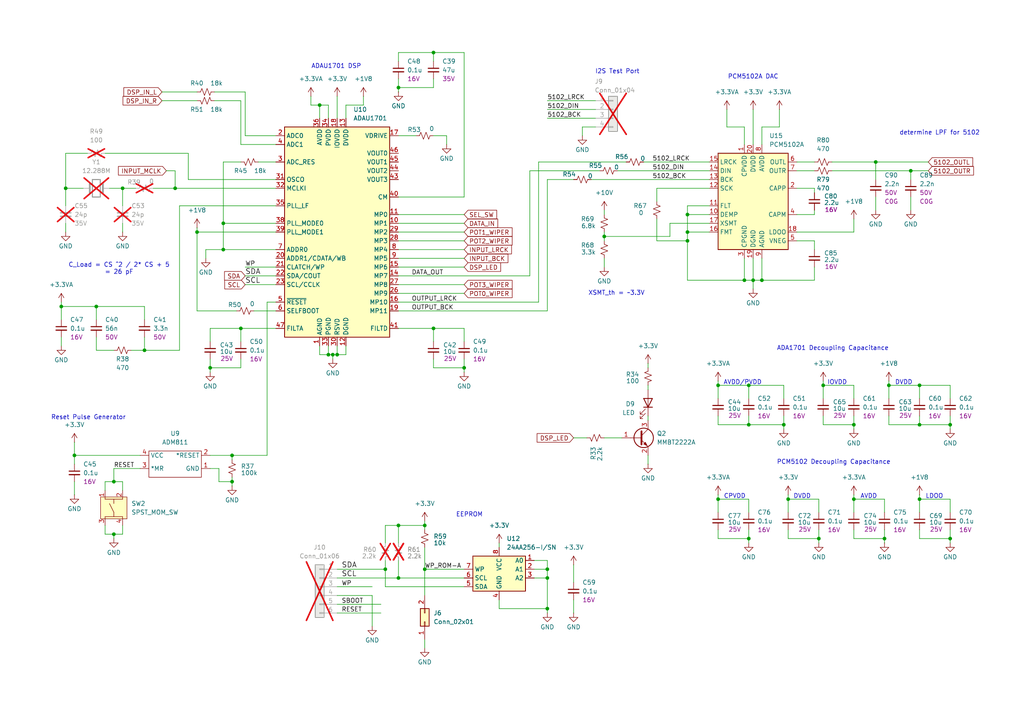
<source format=kicad_sch>
(kicad_sch (version 20250114) (generator "eeschema") (generator_version "9.0")
  (paper "A4")
  (lib_symbols
    (symbol "1_User_Library:24AA256-I/SN"
      (property "Reference" "U" (at 2.54 8.89 0))
      (property "Value" "24AA256-I/SN" (at 6.35 6.35 0))
      (symbol "24AA256-I/SN_1_1"
        (pin input line (at -10.16 1.27 0) (length 2.54) (name "WP") (number "7"))
        (pin input line (at -10.16 -1.27 0) (length 2.54) (name "SCL") (number "6"))
        (pin bidirectional line (at -10.16 -3.81 0) (length 2.54) (name "SDA") (number "5"))
        (pin power_in line (at 0 7.62 270) (length 2.54) (name "VCC") (number "8"))
        (pin power_in line (at 0 -7.62 90) (length 2.54) (name "GND") (number "4"))
        (pin input line (at 10.16 3.81 180) (length 2.54) (name "A0") (number "1"))
        (pin input line (at 10.16 1.27 180) (length 2.54) (name "A1") (number "2"))
        (pin input line (at 10.16 -1.27 180) (length 2.54) (name "A2") (number "3"))
      )
    )
    (symbol "1_User_Library:ADM811"
      (property "Reference" "U" (at 0 2.794 0))
      (property "Value" "ADM811" (at 0 1.016 0))
      (symbol "ADM811_0_0"
        (pin unspecified line (at -10.16 -1.27 0) (length 2.54) (name "VCC") (number "4"))
        (pin unspecified line (at -10.16 -5.08 0) (length 2.54) (name "*MR") (number "3"))
        (pin unspecified line (at 10.16 -1.27 180) (length 2.54) (name "*RESET") (number "2"))
        (pin unspecified line (at 10.16 -5.08 180) (length 2.54) (name "GND") (number "1"))
      )
    )
    (symbol "1_User_Library:Capacitor_non_polar" (pin_numbers (hide yes)) (pin_names (offset 0.254) (hide yes))
      (property "Reference" "C" (at 2.54 1.778 0))
      (property "Value" "val" (at 2.54 0 0))
      (property "Voltage" "Vol" (at 2.54 -2.032 0))
      (symbol "Capacitor_non_polar_1_1"
        (pin passive line (at 0 2.54 270) (length 2.032) (name "~") (number "1"))
        (pin passive line (at 0 -2.54 90) (length 2.032) (name "~") (number "2"))
      )
    )
    (symbol "1_User_Library:Resistor" (pin_numbers (hide yes)) (pin_names (offset 0.254) (hide yes))
      (property "Reference" "R" (at 0.762 0.508 0))
      (symbol "Resistor_1_1"
        (pin passive line (at 0 2.54 270) (length 1.016) (name "~") (number "1"))
        (pin passive line (at 0 -2.54 90) (length 1.016) (name "~") (number "2"))
      )
    )
    (symbol "1_User_Library:SPST_MOM_SW" (pin_names (offset 0) (hide yes))
      (property "Reference" "SW" (at 0 5.08 0))
      (property "Value" "SPST_MOM_SW" (at 0 -5.08 0))
      (symbol "SPST_MOM_SW_1_0"
        (pin passive line (at -5.08 -2.54 0) (length 2.54) (name "2") (number "4"))
      )
      (symbol "SPST_MOM_SW_1_1"
        (pin passive line (at -5.08 2.54 0) (length 2.54) (name "2") (number "3"))
        (pin passive line (at 5.08 2.54 180) (length 2.54) (name "1") (number "1"))
        (pin passive line (at 5.08 -2.54 180) (length 2.54) (name "1") (number "2"))
      )
    )
    (symbol "Audio:PCM5102A"
      (property "Reference" "U" (at -10.16 13.97 0))
      (property "Value" "PCM5102A" (at 3.81 13.97 0))
      (symbol "PCM5102A_1_1"
        (pin input line (at -12.7 10.16 0) (length 2.54) (name "LRCK") (number "15"))
        (pin input line (at -12.7 7.62 0) (length 2.54) (name "DIN") (number "14"))
        (pin input line (at -12.7 5.08 0) (length 2.54) (name "BCK") (number "13"))
        (pin input line (at -12.7 2.54 0) (length 2.54) (name "SCK") (number "12"))
        (pin input line (at -12.7 -2.54 0) (length 2.54) (name "FLT") (number "11"))
        (pin input line (at -12.7 -5.08 0) (length 2.54) (name "DEMP") (number "10"))
        (pin input line (at -12.7 -7.62 0) (length 2.54) (name "XSMT") (number "17"))
        (pin input line (at -12.7 -10.16 0) (length 2.54) (name "FMT") (number "16"))
        (pin passive line (at -2.54 15.24 270) (length 2.54) (name "CPVDD") (number "1"))
        (pin power_in line (at -2.54 -17.78 90) (length 2.54) (name "CPGND") (number "3"))
        (pin power_in line (at 0 15.24 270) (length 2.54) (name "DVDD") (number "20"))
        (pin power_in line (at 0 -17.78 90) (length 2.54) (name "DGND") (number "19"))
        (pin power_in line (at 2.54 15.24 270) (length 2.54) (name "AVDD") (number "8"))
        (pin power_in line (at 2.54 -17.78 90) (length 2.54) (name "AGND") (number "9"))
        (pin output line (at 12.7 10.16 180) (length 2.54) (name "OUTL") (number "6"))
        (pin output line (at 12.7 7.62 180) (length 2.54) (name "OUTR") (number "7"))
        (pin passive line (at 12.7 2.54 180) (length 2.54) (name "CAPP") (number "2"))
        (pin passive line (at 12.7 -5.08 180) (length 2.54) (name "CAPM") (number "4"))
        (pin passive line (at 12.7 -10.16 180) (length 2.54) (name "LDOO") (number "18"))
        (pin passive line (at 12.7 -12.7 180) (length 2.54) (name "VNEG") (number "5"))
      )
    )
    (symbol "Capacitor_non_polar_1" (pin_numbers (hide yes)) (pin_names (offset 0.254) (hide yes))
      (property "Reference" "C" (at 0.254 1.778 0))
      (symbol "Capacitor_non_polar_1_1_1"
        (pin passive line (at 0 2.54 270) (length 2.032) (name "~") (number "1"))
        (pin passive line (at 0 -2.54 90) (length 2.032) (name "~") (number "2"))
      )
    )
    (symbol "Connector_Generic:Conn_01x04" (pin_names (offset 1.016) (hide yes))
      (property "Reference" "J" (at 0 5.08 0))
      (property "Value" "Conn_01x04" (at 0 -7.62 0))
      (symbol "Conn_01x04_1_1"
        (pin passive line (at -5.08 2.54 0) (length 3.81) (name "Pin_1") (number "1"))
        (pin passive line (at -5.08 0 0) (length 3.81) (name "Pin_2") (number "2"))
        (pin passive line (at -5.08 -2.54 0) (length 3.81) (name "Pin_3") (number "3"))
        (pin passive line (at -5.08 -5.08 0) (length 3.81) (name "Pin_4") (number "4"))
      )
    )
    (symbol "Connector_Generic:Conn_01x06" (pin_names (offset 1.016) (hide yes))
      (property "Reference" "J" (at 0 7.62 0))
      (property "Value" "Conn_01x06" (at 0 -10.16 0))
      (symbol "Conn_01x06_1_1"
        (pin passive line (at -5.08 5.08 0) (length 3.81) (name "Pin_1") (number "1"))
        (pin passive line (at -5.08 2.54 0) (length 3.81) (name "Pin_2") (number "2"))
        (pin passive line (at -5.08 0 0) (length 3.81) (name "Pin_3") (number "3"))
        (pin passive line (at -5.08 -2.54 0) (length 3.81) (name "Pin_4") (number "4"))
        (pin passive line (at -5.08 -5.08 0) (length 3.81) (name "Pin_5") (number "5"))
        (pin passive line (at -5.08 -7.62 0) (length 3.81) (name "Pin_6") (number "6"))
      )
    )
    (symbol "Connector_Generic:Conn_02x01" (pin_names (offset 1.016) (hide yes))
      (property "Reference" "J" (at 1.27 2.54 0))
      (property "Value" "Conn_02x01" (at 1.27 -2.54 0))
      (symbol "Conn_02x01_1_1"
        (pin passive line (at -5.08 0 0) (length 3.81) (name "Pin_1") (number "1"))
        (pin passive line (at 7.62 0 180) (length 3.81) (name "Pin_2") (number "2"))
      )
    )
    (symbol "DSP_AnalogDevices:ADAU1701"
      (property "Reference" "U" (at -12.7 31.75 0))
      (property "Value" "ADAU1701" (at 3.81 31.75 0))
      (symbol "ADAU1701_1_1"
        (pin input line (at -17.78 27.94 0) (length 2.54) (name "ADC0") (number "2"))
        (pin input line (at -17.78 25.4 0) (length 2.54) (name "ADC1") (number "4"))
        (pin passive line (at -17.78 20.32 0) (length 2.54) (name "ADC_RES") (number "3"))
        (pin passive line (at -17.78 15.24 0) (length 2.54) (name "OSCO") (number "31"))
        (pin passive line (at -17.78 12.7 0) (length 2.54) (name "MCLKI") (number "32"))
        (pin passive line (at -17.78 7.62 0) (length 2.54) (name "PLL_LF") (number "35"))
        (pin input line (at -17.78 2.54 0) (length 2.54) (name "PLL_MODE0") (number "38"))
        (pin input line (at -17.78 0 0) (length 2.54) (name "PLL_MODE1") (number "39"))
        (pin input line (at -17.78 -5.08 0) (length 2.54) (name "ADDR0") (number "7"))
        (pin input line (at -17.78 -7.62 0) (length 2.54) (name "ADDR1/CDATA/WB") (number "20"))
        (pin bidirectional line (at -17.78 -10.16 0) (length 2.54) (name "CLATCH/WP") (number "21"))
        (pin bidirectional line (at -17.78 -12.7 0) (length 2.54) (name "SDA/COUT") (number "22"))
        (pin bidirectional line (at -17.78 -15.24 0) (length 2.54) (name "SCL/CCLK") (number "23"))
        (pin input line (at -17.78 -20.32 0) (length 2.54) (name "~{RESET}") (number "5"))
        (pin input line (at -17.78 -22.86 0) (length 2.54) (name "SELFBOOT") (number "6"))
        (pin output line (at -17.78 -27.94 0) (length 2.54) (name "FILTA") (number "47"))
        (pin power_in line (at -5.08 33.02 270) (length 2.54) (name "AVDD") (number "36"))
        (pin passive line (at -5.08 33.02 270) (length 2.54) (hide yes) (name "AVDD") (number "48"))
        (pin power_in line (at -5.08 -33.02 90) (length 2.54) (name "AGND") (number "1"))
        (pin passive line (at -5.08 -33.02 90) (length 2.54) (hide yes) (name "AGND") (number "37"))
        (pin passive line (at -5.08 -33.02 90) (length 2.54) (hide yes) (name "AGND") (number "42"))
        (pin power_in line (at -2.54 33.02 270) (length 2.54) (name "PVDD") (number "34"))
        (pin power_in line (at -2.54 -33.02 90) (length 2.54) (name "PGND") (number "33"))
        (pin power_in line (at 0 33.02 270) (length 2.54) (name "IOVDD") (number "18"))
        (pin passive line (at 0 -33.02 90) (length 2.54) (name "RSVD") (number "30"))
        (pin power_in line (at 2.54 33.02 270) (length 2.54) (name "DVDD") (number "13"))
        (pin passive line (at 2.54 33.02 270) (length 2.54) (hide yes) (name "DVDD") (number "24"))
        (pin power_in line (at 2.54 -33.02 90) (length 2.54) (name "DGND") (number "12"))
        (pin passive line (at 2.54 -33.02 90) (length 2.54) (hide yes) (name "DGND") (number "25"))
        (pin output line (at 17.78 27.94 180) (length 2.54) (name "VDRIVE") (number "17"))
        (pin output line (at 17.78 22.86 180) (length 2.54) (name "VOUT0") (number "46"))
        (pin output line (at 17.78 20.32 180) (length 2.54) (name "VOUT1") (number "45"))
        (pin output line (at 17.78 17.78 180) (length 2.54) (name "VOUT2") (number "44"))
        (pin output line (at 17.78 15.24 180) (length 2.54) (name "VOUT3") (number "43"))
        (pin output line (at 17.78 10.16 180) (length 2.54) (name "CM") (number "40"))
        (pin bidirectional line (at 17.78 5.08 180) (length 2.54) (name "MP0") (number "11"))
        (pin bidirectional line (at 17.78 2.54 180) (length 2.54) (name "MP1") (number "10"))
        (pin bidirectional line (at 17.78 0 180) (length 2.54) (name "MP2") (number "29"))
        (pin bidirectional line (at 17.78 -2.54 180) (length 2.54) (name "MP3") (number "28"))
        (pin bidirectional line (at 17.78 -5.08 180) (length 2.54) (name "MP4") (number "8"))
        (pin bidirectional line (at 17.78 -7.62 180) (length 2.54) (name "MP5") (number "9"))
        (pin bidirectional line (at 17.78 -10.16 180) (length 2.54) (name "MP6") (number "15"))
        (pin bidirectional line (at 17.78 -12.7 180) (length 2.54) (name "MP7") (number "14"))
        (pin bidirectional line (at 17.78 -15.24 180) (length 2.54) (name "MP8") (number "27"))
        (pin bidirectional line (at 17.78 -17.78 180) (length 2.54) (name "MP9") (number "26"))
        (pin bidirectional line (at 17.78 -20.32 180) (length 2.54) (name "MP10") (number "16"))
        (pin bidirectional line (at 17.78 -22.86 180) (length 2.54) (name "MP11") (number "19"))
        (pin output line (at 17.78 -27.94 180) (length 2.54) (name "FILTD") (number "41"))
      )
    )
    (symbol "Device:Crystal" (pin_numbers (hide yes)) (pin_names (offset 1.016) (hide yes))
      (property "Reference" "Y" (at 0 3.81 0))
      (property "Value" "Crystal" (at 0 -3.81 0))
      (symbol "Crystal_1_1"
        (pin passive line (at -3.81 0 0) (length 1.27) (name "1") (number "1"))
        (pin passive line (at 3.81 0 180) (length 1.27) (name "2") (number "2"))
      )
    )
    (symbol "Device:LED" (pin_numbers (hide yes)) (pin_names (offset 1.016) (hide yes))
      (property "Reference" "D" (at 0 2.54 0))
      (property "Value" "LED" (at 0 -2.54 0))
      (symbol "LED_1_1"
        (pin passive line (at -3.81 0 0) (length 2.54) (name "K") (number "1"))
        (pin passive line (at 3.81 0 180) (length 2.54) (name "A") (number "2"))
      )
    )
    (symbol "Transistor_BJT:MMBT2222A" (pin_names (offset 0) (hide yes))
      (property "Reference" "Q" (at 5.08 1.905 0))
      (property "Value" "MMBT2222A" (at 5.08 0 0))
      (symbol "MMBT2222A_1_1"
        (pin input line (at -5.08 0 0) (length 2.54) (name "B") (number "1"))
        (pin passive line (at 2.54 5.08 270) (length 2.54) (name "C") (number "3"))
        (pin passive line (at 2.54 -5.08 90) (length 2.54) (name "E") (number "2"))
      )
    )
    (symbol "power:+10V" (power) (pin_numbers (hide yes)) (pin_names (offset 0) (hide yes))
      (property "Value" "+10V" (at 0 3.556 0))
      (symbol "+10V_1_1"
        (pin power_in line (at 0 0 90) (length 0) (name "~") (number "1"))
      )
    )
    (symbol "power:+1V8" (power) (pin_numbers (hide yes)) (pin_names (offset 0) (hide yes))
      (property "Value" "+1V8" (at 0 3.556 0))
      (symbol "+1V8_1_1"
        (pin power_in line (at 0 0 90) (length 0) (name "~") (number "1"))
      )
    )
    (symbol "power:+3.3V" (power) (pin_numbers (hide yes)) (pin_names (offset 0) (hide yes))
      (property "Value" "+3.3V" (at 0 3.556 0))
      (symbol "+3.3V_1_1"
        (pin power_in line (at 0 0 90) (length 0) (name "~") (number "1"))
      )
    )
    (symbol "power:+3.3VA" (power) (pin_numbers (hide yes)) (pin_names (offset 0) (hide yes))
      (property "Value" "+3.3VA" (at 0 3.556 0))
      (symbol "+3.3VA_1_1"
        (pin power_in line (at 0 0 90) (length 0) (name "~") (number "1"))
      )
    )
    (symbol "power:GND" (power) (pin_numbers (hide yes)) (pin_names (offset 0) (hide yes))
      (property "Value" "GND" (at 0 -3.81 0))
      (symbol "GND_1_1"
        (pin power_in line (at 0 0 270) (length 0) (name "~") (number "1"))
      )
    )
  )
  (text "LDOO" (at 271.018 144.018 0) (effects (font (size 1.27 1.27))))
  (text "ADAU1701 DSP" (at 97.536 19.304 0) (effects (font (size 1.27 1.27))))
  (text "ADA1701 Decoupling Capacitance" (at 241.554 101.092 0) (effects (font (size 1.27 1.27))))
  (text "XSMT_th = ~3.3V" (at 178.816 85.09 0) (effects (font (size 1.27 1.27))))
  (text "PCM5102A DAC" (at 218.44 22.352 0) (effects (font (size 1.27 1.27))))
  (text "DVDD" (at 232.664 144.018 0) (effects (font (size 1.27 1.27))))
  (text "IOVDD" (at 242.824 110.998 0) (effects (font (size 1.27 1.27))))
  (text "Reset Pulse Generator" (at 25.654 121.158 0) (effects (font (size 1.27 1.27))))
  (text "AVDD/PVDD" (at 215.392 110.998 0) (effects (font (size 1.27 1.27))))
  (text "PCM5102 Decoupling Capacitance" (at 241.808 134.112 0) (effects (font (size 1.27 1.27))))
  (text "C_Load = CS ^2 / 2* CS + 5\n= 26 pF" (at 34.544 77.978 0) (effects (font (size 1.27 1.27))))
  (text "EEPROM" (at 136.144 149.352 0) (effects (font (size 1.27 1.27))))
  (text "AVDD" (at 251.968 144.018 0) (effects (font (size 1.27 1.27))))
  (text "DVDD" (at 262.128 110.998 0) (effects (font (size 1.27 1.27))))
  (text "determine LPF for 5102" (at 272.542 38.608 0) (effects (font (size 1.27 1.27))))
  (text "I2S Test Port" (at 179.07 20.828 0) (effects (font (size 1.27 1.27))))
  (text "CPVDD" (at 213.106 144.018 0) (effects (font (size 1.27 1.27))))
  (junction (at 266.7 144.78))
  (junction (at 134.62 106.68))
  (junction (at 17.78 88.9))
  (junction (at 92.71 30.48))
  (junction (at 208.28 144.78))
  (junction (at 57.15 67.31))
  (junction (at 123.19 152.4))
  (junction (at 266.7 111.76))
  (junction (at 238.76 111.76))
  (junction (at 247.65 123.19))
  (junction (at 247.65 144.78))
  (junction (at 97.79 102.87))
  (junction (at 158.75 176.53))
  (junction (at 115.57 152.4))
  (junction (at 158.75 167.64))
  (junction (at 123.19 165.1))
  (junction (at 96.52 102.87))
  (junction (at 228.6 144.78))
  (junction (at 266.7 123.19))
  (junction (at 64.77 64.77))
  (junction (at 41.91 101.6))
  (junction (at 199.39 67.31))
  (junction (at 215.9 81.28))
  (junction (at 218.44 81.28))
  (junction (at 217.17 156.21))
  (junction (at 111.76 165.1))
  (junction (at 21.59 132.08))
  (junction (at 69.85 95.25))
  (junction (at 95.25 102.87))
  (junction (at 237.49 156.21))
  (junction (at 208.28 111.76))
  (junction (at 60.96 106.68))
  (junction (at 125.73 15.24))
  (junction (at 254 46.99))
  (junction (at 67.31 132.08))
  (junction (at 264.16 49.53))
  (junction (at 115.57 25.4))
  (junction (at 125.73 95.25))
  (junction (at 227.33 123.19))
  (junction (at 115.57 167.64))
  (junction (at 256.54 156.21))
  (junction (at 35.56 54.61))
  (junction (at 199.39 62.23))
  (junction (at 33.02 139.7))
  (junction (at 257.81 111.76))
  (junction (at 217.17 111.76))
  (junction (at 217.17 123.19))
  (junction (at 19.05 54.61))
  (junction (at 50.8 54.61))
  (junction (at 175.26 68.58))
  (junction (at 220.98 81.28))
  (junction (at 67.31 139.7))
  (junction (at 27.94 88.9))
  (junction (at 199.39 69.85))
  (junction (at 275.59 123.19))
  (junction (at 64.77 72.39))
  (junction (at 158.75 165.1))
  (junction (at 275.59 156.21))
  (junction (at 33.02 154.94))
  (wire (pts (xy 33.02 156.21) (xy 33.02 154.94)))
  (wire (pts (xy 35.56 64.77) (xy 35.56 67.31)))
  (wire (pts (xy 187.96 132.08) (xy 187.96 134.62)))
  (wire (pts (xy 154.94 167.64) (xy 158.75 167.64)))
  (wire (pts (xy 256.54 156.21) (xy 256.54 157.48)))
  (wire (pts (xy 115.57 64.77) (xy 134.62 64.77)))
  (wire (pts (xy 218.44 74.93) (xy 218.44 81.28)))
  (wire (pts (xy 19.05 54.61) (xy 19.05 59.69)))
  (wire (pts (xy 125.73 25.4) (xy 125.73 22.86)))
  (wire (pts (xy 134.62 95.25) (xy 125.73 95.25)))
  (wire (pts (xy 59.69 72.39) (xy 59.69 74.93)))
  (wire (pts (xy 275.59 123.19) (xy 275.59 124.46)))
  (wire (pts (xy 64.77 64.77) (xy 80.01 64.77)))
  (wire (pts (xy 266.7 111.76) (xy 275.59 111.76)))
  (wire (pts (xy 92.71 102.87) (xy 95.25 102.87)))
  (wire (pts (xy 134.62 15.24) (xy 134.62 57.15)))
  (wire (pts (xy 153.67 49.53) (xy 173.99 49.53)))
  (wire (pts (xy 115.57 22.86) (xy 115.57 25.4)))
  (wire (pts (xy 125.73 39.37) (xy 129.54 39.37)))
  (wire (pts (xy 27.94 97.79) (xy 27.94 101.6)))
  (wire (pts (xy 62.23 26.67) (xy 71.12 26.67)))
  (wire (pts (xy 64.77 64.77) (xy 64.77 72.39)))
  (wire (pts (xy 208.28 143.51) (xy 208.28 144.78)))
  (wire (pts (xy 41.91 92.71) (xy 41.91 88.9)))
  (wire (pts (xy 96.52 102.87) (xy 97.79 102.87)))
  (wire (pts (xy 97.79 175.26) (xy 110.49 175.26)))
  (wire (pts (xy 144.78 157.48) (xy 144.78 158.75)))
  (wire (pts (xy 54.61 52.07) (xy 80.01 52.07)))
  (wire (pts (xy 30.48 44.45) (xy 54.61 44.45)))
  (wire (pts (xy 227.33 123.19) (xy 227.33 124.46)))
  (wire (pts (xy 156.21 46.99) (xy 156.21 87.63)))
  (wire (pts (xy 215.9 36.83) (xy 215.9 41.91)))
  (wire (pts (xy 60.96 106.68) (xy 60.96 107.95)))
  (wire (pts (xy 21.59 139.7) (xy 21.59 143.51)))
  (wire (pts (xy 52.07 59.69) (xy 80.01 59.69)))
  (wire (pts (xy 228.6 143.51) (xy 228.6 144.78)))
  (wire (pts (xy 175.26 127) (xy 180.34 127)))
  (wire (pts (xy 123.19 165.1) (xy 134.62 165.1)))
  (wire (pts (xy 158.75 31.75) (xy 172.72 31.75)))
  (wire (pts (xy 17.78 87.63) (xy 17.78 88.9)))
  (wire (pts (xy 17.78 88.9) (xy 17.78 92.71)))
  (wire (pts (xy 275.59 115.57) (xy 275.59 111.76)))
  (wire (pts (xy 190.5 54.61) (xy 205.74 54.61)))
  (wire (pts (xy 115.57 69.85) (xy 134.62 69.85)))
  (wire (pts (xy 238.76 110.49) (xy 238.76 111.76)))
  (wire (pts (xy 60.96 106.68) (xy 69.85 106.68)))
  (wire (pts (xy 115.57 95.25) (xy 125.73 95.25)))
  (wire (pts (xy 236.22 62.23) (xy 236.22 60.96)))
  (wire (pts (xy 218.44 31.75) (xy 218.44 41.91)))
  (wire (pts (xy 41.91 101.6) (xy 52.07 101.6)))
  (wire (pts (xy 187.96 105.41) (xy 187.96 106.68)))
  (wire (pts (xy 35.56 54.61) (xy 35.56 59.69)))
  (wire (pts (xy 275.59 120.65) (xy 275.59 123.19)))
  (wire (pts (xy 158.75 34.29) (xy 172.72 34.29)))
  (wire (pts (xy 44.45 54.61) (xy 50.8 54.61)))
  (wire (pts (xy 115.57 85.09) (xy 134.62 85.09)))
  (wire (pts (xy 254 57.15) (xy 254 60.96)))
  (wire (pts (xy 205.74 59.69) (xy 199.39 59.69)))
  (wire (pts (xy 111.76 165.1) (xy 111.76 170.18)))
  (wire (pts (xy 60.96 95.25) (xy 60.96 99.06)))
  (wire (pts (xy 266.7 144.78) (xy 266.7 148.59)))
  (wire (pts (xy 41.91 101.6) (xy 41.91 97.79)))
  (wire (pts (xy 107.95 172.72) (xy 107.95 181.61)))
  (wire (pts (xy 27.94 88.9) (xy 27.94 92.71)))
  (wire (pts (xy 199.39 59.69) (xy 199.39 62.23)))
  (wire (pts (xy 266.7 120.65) (xy 266.7 123.19)))
  (wire (pts (xy 264.16 49.53) (xy 264.16 52.07)))
  (wire (pts (xy 238.76 123.19) (xy 247.65 123.19)))
  (wire (pts (xy 115.57 152.4) (xy 115.57 157.48)))
  (wire (pts (xy 35.56 154.94) (xy 35.56 152.4)))
  (wire (pts (xy 115.57 167.64) (xy 134.62 167.64)))
  (wire (pts (xy 27.94 101.6) (xy 33.02 101.6)))
  (wire (pts (xy 77.47 87.63) (xy 77.47 132.08)))
  (wire (pts (xy 237.49 156.21) (xy 237.49 157.48)))
  (wire (pts (xy 236.22 72.39) (xy 236.22 69.85)))
  (wire (pts (xy 237.49 153.67) (xy 237.49 156.21)))
  (wire (pts (xy 21.59 132.08) (xy 21.59 134.62)))
  (wire (pts (xy 238.76 111.76) (xy 238.76 115.57)))
  (wire (pts (xy 187.96 111.76) (xy 187.96 113.03)))
  (wire (pts (xy 231.14 62.23) (xy 236.22 62.23)))
  (wire (pts (xy 166.37 163.83) (xy 166.37 168.91)))
  (wire (pts (xy 19.05 44.45) (xy 19.05 54.61)))
  (wire (pts (xy 153.67 80.01) (xy 153.67 49.53)))
  (wire (pts (xy 186.69 46.99) (xy 205.74 46.99)))
  (wire (pts (xy 217.17 153.67) (xy 217.17 156.21)))
  (wire (pts (xy 115.57 90.17) (xy 158.75 90.17)))
  (wire (pts (xy 48.26 49.53) (xy 50.8 49.53)))
  (wire (pts (xy 158.75 165.1) (xy 158.75 167.64)))
  (wire (pts (xy 111.76 170.18) (xy 134.62 170.18)))
  (wire (pts (xy 115.57 77.47) (xy 134.62 77.47)))
  (wire (pts (xy 97.79 27.94) (xy 97.79 34.29)))
  (wire (pts (xy 77.47 132.08) (xy 67.31 132.08)))
  (wire (pts (xy 21.59 128.27) (xy 21.59 132.08)))
  (wire (pts (xy 115.57 67.31) (xy 134.62 67.31)))
  (wire (pts (xy 154.94 165.1) (xy 158.75 165.1)))
  (wire (pts (xy 30.48 152.4) (xy 30.48 154.94)))
  (wire (pts (xy 275.59 148.59) (xy 275.59 144.78)))
  (wire (pts (xy 77.47 87.63) (xy 80.01 87.63)))
  (wire (pts (xy 111.76 152.4) (xy 115.57 152.4)))
  (wire (pts (xy 97.79 167.64) (xy 115.57 167.64)))
  (wire (pts (xy 275.59 156.21) (xy 275.59 157.48)))
  (wire (pts (xy 129.54 39.37) (xy 129.54 41.91)))
  (wire (pts (xy 24.13 54.61) (xy 19.05 54.61)))
  (wire (pts (xy 69.85 29.21) (xy 69.85 41.91)))
  (wire (pts (xy 30.48 154.94) (xy 33.02 154.94)))
  (wire (pts (xy 100.33 30.48) (xy 105.41 30.48)))
  (wire (pts (xy 237.49 144.78) (xy 228.6 144.78)))
  (wire (pts (xy 275.59 153.67) (xy 275.59 156.21)))
  (wire (pts (xy 69.85 41.91) (xy 80.01 41.91)))
  (wire (pts (xy 266.7 111.76) (xy 257.81 111.76)))
  (wire (pts (xy 125.73 95.25) (xy 125.73 99.06)))
  (wire (pts (xy 171.45 52.07) (xy 205.74 52.07)))
  (wire (pts (xy 115.57 72.39) (xy 134.62 72.39)))
  (wire (pts (xy 60.96 135.89) (xy 63.5 135.89)))
  (wire (pts (xy 247.65 144.78) (xy 247.65 148.59)))
  (wire (pts (xy 115.57 25.4) (xy 125.73 25.4)))
  (wire (pts (xy 60.96 132.08) (xy 67.31 132.08)))
  (wire (pts (xy 208.28 156.21) (xy 217.17 156.21)))
  (wire (pts (xy 35.56 142.24) (xy 35.56 139.7)))
  (wire (pts (xy 194.31 64.77) (xy 205.74 64.77)))
  (wire (pts (xy 111.76 157.48) (xy 111.76 152.4)))
  (wire (pts (xy 227.33 111.76) (xy 217.17 111.76)))
  (wire (pts (xy 217.17 156.21) (xy 217.17 157.48)))
  (wire (pts (xy 30.48 142.24) (xy 30.48 139.7)))
  (wire (pts (xy 228.6 153.67) (xy 228.6 156.21)))
  (wire (pts (xy 175.26 60.96) (xy 175.26 62.23)))
  (wire (pts (xy 69.85 104.14) (xy 69.85 106.68)))
  (wire (pts (xy 231.14 67.31) (xy 247.65 67.31)))
  (wire (pts (xy 69.85 95.25) (xy 80.01 95.25)))
  (wire (pts (xy 63.5 139.7) (xy 67.31 139.7)))
  (wire (pts (xy 158.75 176.53) (xy 158.75 177.8)))
  (wire (pts (xy 67.31 132.08) (xy 67.31 133.35)))
  (wire (pts (xy 208.28 110.49) (xy 208.28 111.76)))
  (wire (pts (xy 52.07 101.6) (xy 52.07 59.69)))
  (wire (pts (xy 59.69 72.39) (xy 64.77 72.39)))
  (wire (pts (xy 218.44 81.28) (xy 220.98 81.28)))
  (wire (pts (xy 90.17 27.94) (xy 90.17 30.48)))
  (wire (pts (xy 46.99 29.21) (xy 57.15 29.21)))
  (wire (pts (xy 60.96 104.14) (xy 60.96 106.68)))
  (wire (pts (xy 231.14 54.61) (xy 236.22 54.61)))
  (wire (pts (xy 199.39 62.23) (xy 199.39 67.31)))
  (wire (pts (xy 69.85 99.06) (xy 69.85 95.25)))
  (wire (pts (xy 30.48 139.7) (xy 33.02 139.7)))
  (wire (pts (xy 210.82 31.75) (xy 210.82 36.83)))
  (wire (pts (xy 134.62 106.68) (xy 134.62 107.95)))
  (wire (pts (xy 134.62 15.24) (xy 125.73 15.24)))
  (wire (pts (xy 96.52 102.87) (xy 96.52 104.14)))
  (wire (pts (xy 57.15 67.31) (xy 57.15 90.17)))
  (wire (pts (xy 247.65 111.76) (xy 238.76 111.76)))
  (wire (pts (xy 92.71 30.48) (xy 92.71 34.29)))
  (wire (pts (xy 175.26 74.93) (xy 175.26 77.47)))
  (wire (pts (xy 175.26 67.31) (xy 175.26 68.58)))
  (wire (pts (xy 123.19 152.4) (xy 123.19 153.67)))
  (wire (pts (xy 35.56 139.7) (xy 33.02 139.7)))
  (wire (pts (xy 228.6 144.78) (xy 228.6 148.59)))
  (wire (pts (xy 190.5 69.85) (xy 199.39 69.85)))
  (wire (pts (xy 115.57 74.93) (xy 134.62 74.93)))
  (wire (pts (xy 95.25 100.33) (xy 95.25 102.87)))
  (wire (pts (xy 97.79 172.72) (xy 107.95 172.72)))
  (wire (pts (xy 115.57 87.63) (xy 156.21 87.63)))
  (wire (pts (xy 69.85 46.99) (xy 64.77 46.99)))
  (wire (pts (xy 220.98 36.83) (xy 226.06 36.83)))
  (wire (pts (xy 247.65 67.31) (xy 247.65 63.5)))
  (wire (pts (xy 17.78 97.79) (xy 17.78 100.33)))
  (wire (pts (xy 256.54 144.78) (xy 247.65 144.78)))
  (wire (pts (xy 67.31 139.7) (xy 67.31 140.97)))
  (wire (pts (xy 217.17 111.76) (xy 208.28 111.76)))
  (wire (pts (xy 247.65 120.65) (xy 247.65 123.19)))
  (wire (pts (xy 190.5 63.5) (xy 190.5 69.85)))
  (wire (pts (xy 71.12 80.01) (xy 80.01 80.01)))
  (wire (pts (xy 158.75 167.64) (xy 158.75 176.53)))
  (wire (pts (xy 227.33 120.65) (xy 227.33 123.19)))
  (wire (pts (xy 19.05 64.77) (xy 19.05 67.31)))
  (wire (pts (xy 208.28 123.19) (xy 217.17 123.19)))
  (wire (pts (xy 264.16 57.15) (xy 264.16 60.96)))
  (wire (pts (xy 33.02 135.89) (xy 33.02 139.7)))
  (wire (pts (xy 158.75 162.56) (xy 158.75 165.1)))
  (wire (pts (xy 115.57 26.67) (xy 115.57 25.4)))
  (wire (pts (xy 166.37 127) (xy 170.18 127)))
  (wire (pts (xy 134.62 99.06) (xy 134.62 95.25)))
  (wire (pts (xy 123.19 151.13) (xy 123.19 152.4)))
  (wire (pts (xy 92.71 100.33) (xy 92.71 102.87)))
  (wire (pts (xy 247.65 156.21) (xy 256.54 156.21)))
  (wire (pts (xy 220.98 41.91) (xy 220.98 36.83)))
  (wire (pts (xy 175.26 68.58) (xy 175.26 69.85)))
  (wire (pts (xy 179.07 49.53) (xy 205.74 49.53)))
  (wire (pts (xy 134.62 104.14) (xy 134.62 106.68)))
  (wire (pts (xy 25.4 44.45) (xy 19.05 44.45)))
  (wire (pts (xy 247.65 115.57) (xy 247.65 111.76)))
  (wire (pts (xy 190.5 54.61) (xy 190.5 58.42)))
  (wire (pts (xy 217.17 120.65) (xy 217.17 123.19)))
  (wire (pts (xy 97.79 165.1) (xy 111.76 165.1)))
  (wire (pts (xy 231.14 49.53) (xy 236.22 49.53)))
  (wire (pts (xy 41.91 88.9) (xy 27.94 88.9)))
  (wire (pts (xy 97.79 100.33) (xy 97.79 102.87)))
  (wire (pts (xy 254 46.99) (xy 254 52.07)))
  (wire (pts (xy 115.57 152.4) (xy 123.19 152.4)))
  (wire (pts (xy 115.57 82.55) (xy 134.62 82.55)))
  (wire (pts (xy 199.39 69.85) (xy 199.39 81.28)))
  (wire (pts (xy 231.14 69.85) (xy 236.22 69.85)))
  (wire (pts (xy 257.81 111.76) (xy 257.81 115.57)))
  (wire (pts (xy 35.56 54.61) (xy 39.37 54.61)))
  (wire (pts (xy 275.59 144.78) (xy 266.7 144.78)))
  (wire (pts (xy 247.65 153.67) (xy 247.65 156.21)))
  (wire (pts (xy 50.8 49.53) (xy 50.8 54.61)))
  (wire (pts (xy 168.91 36.83) (xy 172.72 36.83)))
  (wire (pts (xy 100.33 102.87) (xy 100.33 100.33)))
  (wire (pts (xy 125.73 17.78) (xy 125.73 15.24)))
  (wire (pts (xy 158.75 52.07) (xy 166.37 52.07)))
  (wire (pts (xy 38.1 101.6) (xy 41.91 101.6)))
  (wire (pts (xy 236.22 77.47) (xy 236.22 81.28)))
  (wire (pts (xy 217.17 115.57) (xy 217.17 111.76)))
  (wire (pts (xy 73.66 90.17) (xy 80.01 90.17)))
  (wire (pts (xy 241.3 49.53) (xy 264.16 49.53)))
  (wire (pts (xy 247.65 143.51) (xy 247.65 144.78)))
  (wire (pts (xy 125.73 106.68) (xy 134.62 106.68)))
  (wire (pts (xy 69.85 95.25) (xy 60.96 95.25)))
  (wire (pts (xy 74.93 46.99) (xy 80.01 46.99)))
  (wire (pts (xy 257.81 120.65) (xy 257.81 123.19)))
  (wire (pts (xy 54.61 44.45) (xy 54.61 52.07)))
  (wire (pts (xy 144.78 176.53) (xy 158.75 176.53)))
  (wire (pts (xy 125.73 104.14) (xy 125.73 106.68)))
  (wire (pts (xy 217.17 148.59) (xy 217.17 144.78)))
  (wire (pts (xy 227.33 123.19) (xy 217.17 123.19)))
  (wire (pts (xy 125.73 15.24) (xy 115.57 15.24)))
  (wire (pts (xy 63.5 135.89) (xy 63.5 139.7)))
  (wire (pts (xy 95.25 34.29) (xy 95.25 30.48)))
  (wire (pts (xy 46.99 26.67) (xy 57.15 26.67)))
  (wire (pts (xy 71.12 77.47) (xy 80.01 77.47)))
  (wire (pts (xy 27.94 88.9) (xy 17.78 88.9)))
  (wire (pts (xy 236.22 81.28) (xy 220.98 81.28)))
  (wire (pts (xy 95.25 102.87) (xy 96.52 102.87)))
  (wire (pts (xy 115.57 62.23) (xy 134.62 62.23)))
  (wire (pts (xy 236.22 55.88) (xy 236.22 54.61)))
  (wire (pts (xy 266.7 143.51) (xy 266.7 144.78)))
  (wire (pts (xy 156.21 46.99) (xy 181.61 46.99)))
  (wire (pts (xy 247.65 123.19) (xy 247.65 124.46)))
  (wire (pts (xy 218.44 81.28) (xy 218.44 83.82)))
  (wire (pts (xy 208.28 111.76) (xy 208.28 115.57)))
  (wire (pts (xy 187.96 120.65) (xy 187.96 121.92)))
  (wire (pts (xy 123.19 158.75) (xy 123.19 165.1)))
  (wire (pts (xy 105.41 30.48) (xy 105.41 27.94)))
  (wire (pts (xy 57.15 90.17) (xy 68.58 90.17)))
  (wire (pts (xy 215.9 74.93) (xy 215.9 81.28)))
  (wire (pts (xy 158.75 29.21) (xy 172.72 29.21)))
  (wire (pts (xy 50.8 54.61) (xy 80.01 54.61)))
  (wire (pts (xy 215.9 81.28) (xy 218.44 81.28)))
  (wire (pts (xy 158.75 52.07) (xy 158.75 90.17)))
  (wire (pts (xy 208.28 120.65) (xy 208.28 123.19)))
  (wire (pts (xy 275.59 123.19) (xy 266.7 123.19)))
  (wire (pts (xy 100.33 34.29) (xy 100.33 30.48)))
  (wire (pts (xy 256.54 148.59) (xy 256.54 144.78)))
  (wire (pts (xy 31.75 54.61) (xy 35.56 54.61)))
  (wire (pts (xy 266.7 153.67) (xy 266.7 156.21)))
  (wire (pts (xy 194.31 68.58) (xy 194.31 64.77)))
  (wire (pts (xy 64.77 72.39) (xy 80.01 72.39)))
  (wire (pts (xy 227.33 115.57) (xy 227.33 111.76)))
  (wire (pts (xy 57.15 66.04) (xy 57.15 67.31)))
  (wire (pts (xy 57.15 67.31) (xy 80.01 67.31)))
  (wire (pts (xy 264.16 49.53) (xy 269.24 49.53)))
  (wire (pts (xy 199.39 81.28) (xy 215.9 81.28)))
  (wire (pts (xy 123.19 185.42) (xy 123.19 187.96)))
  (wire (pts (xy 241.3 46.99) (xy 254 46.99)))
  (wire (pts (xy 123.19 165.1) (xy 123.19 172.72)))
  (wire (pts (xy 97.79 102.87) (xy 100.33 102.87)))
  (wire (pts (xy 62.23 29.21) (xy 69.85 29.21)))
  (wire (pts (xy 21.59 132.08) (xy 40.64 132.08)))
  (wire (pts (xy 67.31 138.43) (xy 67.31 139.7)))
  (wire (pts (xy 90.17 30.48) (xy 92.71 30.48)))
  (wire (pts (xy 64.77 46.99) (xy 64.77 64.77)))
  (wire (pts (xy 115.57 15.24) (xy 115.57 17.78)))
  (wire (pts (xy 220.98 81.28) (xy 220.98 74.93)))
  (wire (pts (xy 266.7 115.57) (xy 266.7 111.76)))
  (wire (pts (xy 168.91 39.37) (xy 168.91 36.83)))
  (wire (pts (xy 115.57 80.01) (xy 153.67 80.01)))
  (wire (pts (xy 231.14 46.99) (xy 236.22 46.99)))
  (wire (pts (xy 175.26 68.58) (xy 194.31 68.58)))
  (wire (pts (xy 115.57 39.37) (xy 120.65 39.37)))
  (wire (pts (xy 208.28 153.67) (xy 208.28 156.21)))
  (wire (pts (xy 33.02 154.94) (xy 35.56 154.94)))
  (wire (pts (xy 144.78 173.99) (xy 144.78 176.53)))
  (wire (pts (xy 97.79 177.8) (xy 110.49 177.8)))
  (wire (pts (xy 238.76 120.65) (xy 238.76 123.19)))
  (wire (pts (xy 226.06 36.83) (xy 226.06 31.75)))
  (wire (pts (xy 111.76 162.56) (xy 111.76 165.1)))
  (wire (pts (xy 210.82 36.83) (xy 215.9 36.83)))
  (wire (pts (xy 254 46.99) (xy 269.24 46.99)))
  (wire (pts (xy 256.54 153.67) (xy 256.54 156.21)))
  (wire (pts (xy 154.94 162.56) (xy 158.75 162.56)))
  (wire (pts (xy 237.49 148.59) (xy 237.49 144.78)))
  (wire (pts (xy 71.12 82.55) (xy 80.01 82.55)))
  (wire (pts (xy 40.64 135.89) (xy 33.02 135.89)))
  (wire (pts (xy 71.12 26.67) (xy 71.12 39.37)))
  (wire (pts (xy 199.39 67.31) (xy 199.39 69.85)))
  (wire (pts (xy 257.81 110.49) (xy 257.81 111.76)))
  (wire (pts (xy 115.57 57.15) (xy 134.62 57.15)))
  (wire (pts (xy 199.39 62.23) (xy 205.74 62.23)))
  (wire (pts (xy 266.7 156.21) (xy 275.59 156.21)))
  (wire (pts (xy 217.17 144.78) (xy 208.28 144.78)))
  (wire (pts (xy 257.81 123.19) (xy 266.7 123.19)))
  (wire (pts (xy 95.25 30.48) (xy 92.71 30.48)))
  (wire (pts (xy 208.28 144.78) (xy 208.28 148.59)))
  (wire (pts (xy 228.6 156.21) (xy 237.49 156.21)))
  (wire (pts (xy 166.37 173.99) (xy 166.37 177.8)))
  (wire (pts (xy 71.12 39.37) (xy 80.01 39.37)))
  (wire (pts (xy 97.79 170.18) (xy 107.95 170.18)))
  (wire (pts (xy 115.57 162.56) (xy 115.57 167.64)))
  (wire (pts (xy 205.74 67.31) (xy 199.39 67.31)))
  (label "RESET" (at 33.02 135.89 0))
  (label "OUTPUT_BCK" (at 119.38 90.17 0))
  (label "SBOOT" (at 99.06 175.26 0))
  (label "SDA" (at 99.06 165.1 0) (effects (font (size 1.524 1.524))))
  (label "5102_LRCK" (at 158.75 29.21 0))
  (label "5102_LRCK" (at 189.23 46.99 0))
  (label "SCL" (at 99.06 167.64 0) (effects (font (size 1.524 1.524))))
  (label "5102_DIN" (at 158.75 31.75 0))
  (label "5102_BCK" (at 158.75 34.29 0))
  (label "RESET" (at 99.06 177.8 0))
  (label "WP" (at 71.12 77.47 0))
  (label "SCL" (at 71.12 82.55 0) (effects (font (size 1.524 1.524))))
  (label "OUTPUT_LRCK" (at 119.38 87.63 0))
  (label "DATA_OUT" (at 119.38 80.01 0))
  (label "WP_ROM-A" (at 123.19 165.1 0))
  (label "5102_DIN" (at 189.23 49.53 0))
  (label "WP" (at 99.06 170.18 0))
  (label "SDA" (at 71.12 80.01 0) (effects (font (size 1.524 1.524))))
  (label "5102_BCK" (at 189.23 52.07 0))
  (global_label "POT2_WIPER" (shape input) (at 134.62 69.85 0) (property "Intersheetrefs" "${INTERSHEET_REFS}" (effects (hide yes))))
  (global_label "POT1_WIPER" (shape input) (at 134.62 67.31 0) (property "Intersheetrefs" "${INTERSHEET_REFS}" (effects (hide yes))))
  (global_label "DATA_IN" (shape input) (at 134.62 64.77 0) (property "Intersheetrefs" "${INTERSHEET_REFS}" (effects (hide yes))))
  (global_label "DSP_LED" (shape input) (at 134.62 77.47 0) (property "Intersheetrefs" "${INTERSHEET_REFS}" (effects (hide yes))))
  (global_label "INPUT_BCK" (shape input) (at 134.62 74.93 0) (property "Intersheetrefs" "${INTERSHEET_REFS}" (effects (hide yes))))
  (global_label "DSP_LED" (shape input) (at 166.37 127 180) (property "Intersheetrefs" "${INTERSHEET_REFS}" (effects (hide yes))))
  (global_label "POT3_WIPER" (shape input) (at 134.62 82.55 0) (property "Intersheetrefs" "${INTERSHEET_REFS}" (effects (hide yes))))
  (global_label "DSP_IN_R" (shape input) (at 46.99 29.21 180) (property "Intersheetrefs" "${INTERSHEET_REFS}" (effects (hide yes))))
  (global_label "INPUT_MCLK" (shape input) (at 48.26 49.53 180) (property "Intersheetrefs" "${INTERSHEET_REFS}" (effects (hide yes))))
  (global_label "POT0_WIPER" (shape input) (at 134.62 85.09 0) (property "Intersheetrefs" "${INTERSHEET_REFS}" (effects (hide yes))))
  (global_label "DSP_IN_L" (shape input) (at 46.99 26.67 180) (property "Intersheetrefs" "${INTERSHEET_REFS}" (effects (hide yes))))
  (global_label "SCL" (shape input) (at 71.12 82.55 180) (property "Intersheetrefs" "${INTERSHEET_REFS}" (effects (hide yes))))
  (global_label "SEL_SW" (shape input) (at 134.62 62.23 0) (property "Intersheetrefs" "${INTERSHEET_REFS}" (effects (hide yes))))
  (global_label "5102_OUTR" (shape input) (at 269.24 49.53 0) (property "Intersheetrefs" "${INTERSHEET_REFS}" (effects (hide yes))))
  (global_label "SDA" (shape input) (at 71.12 80.01 180) (property "Intersheetrefs" "${INTERSHEET_REFS}" (effects (hide yes))))
  (global_label "INPUT_LRCK" (shape input) (at 134.62 72.39 0) (property "Intersheetrefs" "${INTERSHEET_REFS}" (effects (hide yes))))
  (global_label "5102_OUTL" (shape input) (at 269.24 46.99 0) (property "Intersheetrefs" "${INTERSHEET_REFS}" (effects (hide yes))))
  (symbol (lib_id "power:+3.3VA") (at 247.65 143.51 0) (unit 1)
    (property "Reference" "#PWR0108" (effects (hide yes)))
    (property "Value" "+3.3VA" (at 247.65 138.43 0))
    (property "Description" "Power symbol creates a global label with name \"+3.3VA\"" (effects (hide yes)))
  )
  (symbol (lib_id "1_User_Library:Resistor") (at 59.69 26.67 90) (unit 1)
    (property "Reference" "R40" (at 59.0549 24.13 90) (effects (justify left)))
    (property "Value" "18k" (at 60.96 24.13 90) (effects (justify right)))
    (property "Footprint" "Resistor_SMD:R_0603_1608Metric" (effects (hide yes)))
    (property "Description" "RES, 0805, 18K, 1PCT" (effects (hide yes)))
    (property "Part Number" "CRCW060318K0FKEA" (effects (hide yes)))
  )
  (symbol (lib_id "power:+3.3V") (at 123.19 151.13 0) (unit 1)
    (property "Reference" "#PWR0160" (effects (hide yes)))
    (property "Value" "+3.3V" (at 123.19 146.05 0))
    (property "Description" "Power symbol creates a global label with name \"+3.3V\"" (effects (hide yes)))
  )
  (symbol (lib_id "1_User_Library:Capacitor_non_polar") (at 166.37 171.45 0) (unit 1)
    (property "Reference" "C59" (at 168.91 168.9162 0) (effects (justify left)))
    (property "Value" "0.1u" (at 168.91 171.4562 0) (effects (justify left)))
    (property "Footprint" "Capacitor_SMD:C_0603_1608Metric" (effects (hide yes)))
    (property "Description" "CAP CER 0.1UF 35V X7R 0805" (effects (hide yes)))
    (property "Part Number" "GCJ188R71C104KA01D" (effects (hide yes)))
    (property "Voltage" "16V" (at 168.91 173.9962 0) (effects (justify left)))
    (property "Manufacturer_Part_Number" "GCJ188R71C104KA01D" (effects (hide yes)))
  )
  (symbol (lib_id "1_User_Library:Resistor") (at 72.39 46.99 90) (mirror x) (unit 1)
    (property "Reference" "R45" (at 71.7549 49.53 90) (effects (justify left)))
    (property "Value" "18k" (at 73.66 49.53 90) (effects (justify right)))
    (property "Footprint" "Resistor_SMD:R_0603_1608Metric" (effects (hide yes)))
    (property "Description" "RES, 0805, 18K, 1PCT" (effects (hide yes)))
    (property "Part Number" "CRCW060318K0FKEA" (effects (hide yes)))
  )
  (symbol (lib_id "1_User_Library:Capacitor_non_polar") (at 264.16 54.61 0) (unit 1)
    (property "Reference" "C89" (at 266.7 50.8062 0) (effects (justify left)))
    (property "Value" "2.2n" (at 266.7 53.3462 0) (effects (justify left)))
    (property "Footprint" "Capacitor_SMD:C_0603_1608Metric" (effects (hide yes)))
    (property "Part Number" "GRM1885C1H222JA01D" (effects (hide yes)))
    (property "Voltage" "50V" (at 266.7 55.8862 0) (effects (justify left)))
    (property "Manufacturer_Part_Number" "GRM1885C1H222JA01D" (effects (hide yes)))
    (property "Dielectric" "C0G" (at 266.7 58.4262 0) (effects (justify left)))
  )
  (symbol (lib_id "power:+3.3V") (at 228.6 143.51 0) (unit 1)
    (property "Reference" "#PWR096" (effects (hide yes)))
    (property "Value" "+3.3V" (at 228.6 138.43 0))
    (property "Description" "Power symbol creates a global label with name \"+3.3V\"" (effects (hide yes)))
  )
  (symbol (lib_id "Device:LED") (at 187.96 116.84 270) (mirror x) (unit 1)
    (property "Reference" "D9" (at 184.15 117.1574 90) (effects (justify right)))
    (property "Value" "LED" (at 184.15 119.6974 90) (effects (justify right)))
    (property "Footprint" "LED_SMD:LED_0805_2012Metric_Pad1.15x1.40mm_HandSolder" (effects (hide yes)))
    (property "Description" "Light emitting diode" (effects (hide yes)))
    (property "Part Number" "APT2012PGW" (effects (hide yes)))
  )
  (symbol (lib_id "power:GND") (at 60.96 107.95 0) (unit 1)
    (property "Reference" "#PWR0115" (effects (hide yes)))
    (property "Value" "GND" (at 60.96 112.014 0))
    (property "Description" "Power symbol creates a global label with name \"GND\" , ground" (effects (hide yes)))
  )
  (symbol (lib_id "power:GND") (at 134.62 107.95 0) (unit 1)
    (property "Reference" "#PWR0159" (effects (hide yes)))
    (property "Value" "GND" (at 134.62 112.014 0))
    (property "Description" "Power symbol creates a global label with name \"GND\" , ground" (effects (hide yes)))
  )
  (symbol (lib_id "power:GND") (at 59.69 74.93 0) (unit 1)
    (property "Reference" "#PWR099" (effects (hide yes)))
    (property "Value" "GND" (at 59.69 78.994 0))
    (property "Description" "Power symbol creates a global label with name \"GND\" , ground" (effects (hide yes)))
  )
  (symbol (lib_id "power:GND") (at 264.16 60.96 0) (unit 1)
    (property "Reference" "#PWR0183" (effects (hide yes)))
    (property "Value" "GND" (at 264.16 65.024 0))
    (property "Description" "Power symbol creates a global label with name \"GND\" , ground" (effects (hide yes)))
  )
  (symbol (lib_id "DSP_AnalogDevices:ADAU1701") (at 97.79 67.31 0) (unit 1)
    (property "Reference" "U10" (at 102.4733 31.75 0) (effects (justify left)))
    (property "Value" "ADAU1701" (at 102.4733 34.29 0) (effects (justify left)))
    (property "Footprint" "Package_QFP:LQFP-48_7x7mm_P0.5mm" (effects (hide yes)))
    (property "Datasheet" "https://www.analog.com/media/en/technical-documentation/data-sheets/ADAU1701.pdf" (effects (hide yes)))
    (property "Description" "SigmaDSP 28-/56-Bit Audio Processor with Two ADCs and Four DACs, 50 MIPS, 1kword Program RAM, 2kword Data RAM, LQFP-48" (effects (hide yes)))
    (property "Manufacturer_Part_Number" "ADAU1701JSTZ-RL" (effects (hide yes)))
    (property "Part Number" "ADAU1701JSTZ-RL" (effects (hide yes)))
  )
  (symbol (lib_id "1_User_Library:Resistor") (at 175.26 72.39 180) (unit 1)
    (property "Reference" "R68" (at 170.434 71.12 0))
    (property "Value" "3.3k" (at 170.688 73.152 0))
    (property "Footprint" "Resistor_SMD:R_0603_1608Metric_Pad0.98x0.95mm_HandSolder" (effects (hide yes)))
  )
  (symbol (lib_id "power:+3.3V") (at 21.59 128.27 0) (unit 1)
    (property "Reference" "#PWR0162" (effects (hide yes)))
    (property "Value" "+3.3V" (at 21.59 123.19 0))
    (property "Description" "Power symbol creates a global label with name \"+3.3V\"" (effects (hide yes)))
  )
  (symbol (lib_id "power:GND") (at 115.57 26.67 0) (unit 1)
    (property "Reference" "#PWR0179" (effects (hide yes)))
    (property "Value" "GND" (at 115.57 30.734 0))
    (property "Description" "Power symbol creates a global label with name \"GND\" , ground" (effects (hide yes)))
  )
  (symbol (lib_id "power:GND") (at 107.95 181.61 0) (unit 1)
    (property "Reference" "#PWR0176" (effects (hide yes)))
    (property "Value" "GND" (at 107.95 185.674 0))
    (property "Description" "Power symbol creates a global label with name \"GND\" , ground" (effects (hide yes)))
  )
  (symbol (lib_id "power:+10V") (at 175.26 60.96 0) (unit 1)
    (property "Reference" "#PWR011" (effects (hide yes)))
    (property "Value" "+10V" (at 175.26 55.88 0))
    (property "Description" "Power symbol creates a global label with name \"+10V\"" (effects (hide yes)))
  )
  (symbol (lib_id "power:GND") (at 187.96 134.62 0) (unit 1)
    (property "Reference" "#PWR049" (effects (hide yes)))
    (property "Value" "GND" (at 187.96 138.684 0))
    (property "Description" "Power symbol creates a global label with name \"GND\" , ground" (effects (hide yes)))
  )
  (symbol (lib_id "power:GND") (at 175.26 77.47 0) (unit 1)
    (property "Reference" "#PWR010" (effects (hide yes)))
    (property "Value" "GND" (at 175.26 81.534 0))
    (property "Description" "Power symbol creates a global label with name \"GND\" , ground" (effects (hide yes)))
  )
  (symbol (lib_id "power:+3.3V") (at 144.78 157.48 0) (unit 1)
    (property "Reference" "#PWR0164" (effects (hide yes)))
    (property "Value" "+3.3V" (at 144.78 152.4 0))
    (property "Description" "Power symbol creates a global label with name \"+3.3V\"" (effects (hide yes)))
  )
  (symbol (lib_id "1_User_Library:Resistor") (at 41.91 54.61 90) (unit 1) (dnp yes)
    (property "Reference" "R39" (at 38.862 52.832 90))
    (property "Value" "0" (at 43.942 52.578 90))
    (property "Footprint" "Resistor_SMD:R_0603_1608Metric" (effects (hide yes)))
    (property "Description" "RES, 0805, 0-OHM" (effects (hide yes)))
    (property "Part Number" "CRCW06030000Z0EA" (effects (hide yes)))
  )
  (symbol (lib_id "power:GND") (at 275.59 157.48 0) (unit 1)
    (property "Reference" "#PWR0155" (effects (hide yes)))
    (property "Value" "GND" (at 275.59 161.544 0))
    (property "Description" "Power symbol creates a global label with name \"GND\" , ground" (effects (hide yes)))
  )
  (symbol (lib_id "power:GND") (at 227.33 124.46 0) (unit 1)
    (property "Reference" "#PWR0174" (effects (hide yes)))
    (property "Value" "GND" (at 227.33 128.524 0))
    (property "Description" "Power symbol creates a global label with name \"GND\" , ground" (effects (hide yes)))
  )
  (symbol (lib_id "1_User_Library:Capacitor_non_polar") (at 125.73 20.32 0) (unit 1)
    (property "Reference" "C39" (at 128.27 17.7862 0) (effects (justify left)))
    (property "Value" "47u" (at 128.27 20.3262 0) (effects (justify left)))
    (property "Footprint" "1_User_Library:CAP_UCD_5X5P8_NCH" (effects (hide yes)))
    (property "Description" "47 µF 35 V Aluminum Electrolytic Capacitors Radial, Can - SMD 2000 Hrs @ 105°C" (effects (hide yes)))
    (property "Part Number" "UCM1V470MCL1GS" (effects (hide yes)))
    (property "Voltage" "35V" (at 128.27 22.8662 0) (effects (justify left)))
    (property "Manufacturer_Part_Number" "UCM1V470MCL1GS" (effects (hide yes)))
  )
  (symbol (lib_id "1_User_Library:Resistor") (at 35.56 101.6 90) (unit 1)
    (property "Reference" "R38" (at 35.56 104.14 90))
    (property "Value" "470" (at 35.56 106.68 90))
    (property "Footprint" "Resistor_SMD:R_0603_1608Metric" (effects (hide yes)))
    (property "Description" "RES, 0805, 470, 1PCT" (effects (hide yes)))
    (property "Part Number" "CRCW0603470RFKEA" (effects (hide yes)))
  )
  (symbol (lib_id "1_User_Library:Capacitor_non_polar") (at 41.91 95.25 0) (unit 1)
    (property "Reference" "C41" (at 44.45 92.7162 0) (effects (justify left)))
    (property "Value" "3.3n" (at 44.45 95.2562 0) (effects (justify left)))
    (property "Footprint" "Capacitor_SMD:C_0603_1608Metric_Pad1.08x0.95mm_HandSolder" (effects (hide yes)))
    (property "Part Number" "GRM1885C1H332JA01D" (effects (hide yes)))
    (property "Voltage" "50V" (at 44.45 97.7962 0) (effects (justify left)))
    (property "Manufacturer_Part_Number" "GRM1885C1H332JA01D" (effects (hide yes)))
  )
  (symbol (lib_id "power:+1V8") (at 57.15 66.04 0) (unit 1)
    (property "Reference" "#PWR0175" (effects (hide yes)))
    (property "Value" "+1V8" (at 57.15 60.96 0))
    (property "Description" "Power symbol creates a global label with name \"+1V8\"" (effects (hide yes)))
  )
  (symbol (lib_id "1_User_Library:Capacitor_non_polar") (at 134.62 101.6 0) (unit 1)
    (property "Reference" "C49" (at 137.16 99.0662 0) (effects (justify left)))
    (property "Value" "0.1u" (at 137.16 101.6062 0) (effects (justify left)))
    (property "Footprint" "Capacitor_SMD:C_0603_1608Metric" (effects (hide yes)))
    (property "Description" "CAP CER 0.1UF 35V X7R 0805" (effects (hide yes)))
    (property "Part Number" "GCJ188R71C104KA01D" (effects (hide yes)))
    (property "Voltage" "16V" (at 137.16 104.1462 0) (effects (justify left)))
    (property "Manufacturer_Part_Number" "GCJ188R71C104KA01D" (effects (hide yes)))
  )
  (symbol (lib_id "1_User_Library:Resistor") (at 71.12 90.17 90) (unit 1)
    (property "Reference" "R50" (at 68.072 88.392 90))
    (property "Value" "0" (at 73.152 88.138 90))
    (property "Footprint" "Resistor_SMD:R_0603_1608Metric" (effects (hide yes)))
    (property "Description" "RES, 0805, 0-OHM" (effects (hide yes)))
    (property "Part Number" "CRCW06030000Z0EA" (effects (hide yes)))
  )
  (symbol (lib_id "1_User_Library:Resistor") (at 175.26 64.77 180) (unit 1)
    (property "Reference" "R69" (at 170.434 63.5 0))
    (property "Value" "6.8k" (at 170.688 65.532 0))
    (property "Footprint" "Resistor_SMD:R_0603_1608Metric" (effects (hide yes)))
  )
  (symbol (lib_id "1_User_Library:Resistor") (at 172.72 127 90) (mirror x) (unit 1)
    (property "Reference" "R33" (at 172.0849 129.54 0) (effects (justify left)))
    (property "Value" "2.2k" (at 173.99 129.54 0) (effects (justify left)))
    (property "Footprint" "Resistor_SMD:R_0805_2012Metric_Pad1.20x1.40mm_HandSolder" (effects (hide yes)))
    (property "Description" "RES, 0805, 2.2K, 1PCT" (effects (hide yes)))
    (property "Part Number" "CRCW08052K20FKEA" (effects (hide yes)))
  )
  (symbol (lib_id "power:GND") (at 217.17 157.48 0) (unit 1)
    (property "Reference" "#PWR095" (effects (hide yes)))
    (property "Value" "GND" (at 217.17 161.544 0))
    (property "Description" "Power symbol creates a global label with name \"GND\" , ground" (effects (hide yes)))
  )
  (symbol (lib_id "1_User_Library:Resistor") (at 238.76 49.53 90) (unit 1)
    (property "Reference" "R79" (at 238.76 52.07 90))
    (property "Value" "470" (at 238.76 54.61 90))
    (property "Footprint" "Resistor_SMD:R_0603_1608Metric" (effects (hide yes)))
    (property "Description" "RES, 0805, 470-OHM" (effects (hide yes)))
    (property "Part Number" "CRCW0603470RFKEA" (effects (hide yes)))
  )
  (symbol (lib_id "1_User_Library:Capacitor_non_polar") (at 247.65 118.11 0) (unit 1)
    (property "Reference" "C61" (at 250.19 115.5762 0) (effects (justify left)))
    (property "Value" "0.1u" (at 250.19 118.1162 0) (effects (justify left)))
    (property "Footprint" "Capacitor_SMD:C_0603_1608Metric" (effects (hide yes)))
    (property "Description" "CAP CER 0.1UF 35V X7R 0805" (effects (hide yes)))
    (property "Part Number" "GCJ188R71C104KA01D" (effects (hide yes)))
    (property "Voltage" "16V" (at 250.19 120.6562 0) (effects (justify left)))
    (property "Manufacturer_Part_Number" "GCJ188R71C104KA01D" (effects (hide yes)))
  )
  (symbol (lib_id "power:+1V8") (at 247.65 63.5 0) (unit 1)
    (property "Reference" "#PWR0134" (effects (hide yes)))
    (property "Value" "+1V8" (at 247.65 58.42 0))
    (property "Description" "Power symbol creates a global label with name \"+1V8\"" (effects (hide yes)))
  )
  (symbol (lib_id "power:GND") (at 17.78 100.33 0) (unit 1)
    (property "Reference" "#PWR93" (effects (hide yes)))
    (property "Value" "GND" (at 17.78 104.394 0))
    (property "Description" "Power symbol creates a global label with name \"GND\" , ground" (effects (hide yes)))
  )
  (symbol (lib_id "power:GND") (at 123.19 187.96 0) (unit 1)
    (property "Reference" "#PWR0161" (effects (hide yes)))
    (property "Value" "GND" (at 123.19 192.024 0))
    (property "Description" "Power symbol creates a global label with name \"GND\" , ground" (effects (hide yes)))
  )
  (symbol (lib_id "power:GND") (at 237.49 157.48 0) (unit 1)
    (property "Reference" "#PWR0101" (effects (hide yes)))
    (property "Value" "GND" (at 237.49 161.544 0))
    (property "Description" "Power symbol creates a global label with name \"GND\" , ground" (effects (hide yes)))
  )
  (symbol (lib_id "1_User_Library:Capacitor_non_polar") (at 21.59 137.16 0) (unit 1)
    (property "Reference" "C45" (at 24.13 134.6262 0) (effects (justify left)))
    (property "Value" "0.1u" (at 24.13 137.1662 0) (effects (justify left)))
    (property "Footprint" "Capacitor_SMD:C_0603_1608Metric" (effects (hide yes)))
    (property "Description" "CAP CER 0.1UF 35V X7R 0805" (effects (hide yes)))
    (property "Part Number" "GCJ188R71C104KA01D" (effects (hide yes)))
    (property "Voltage" "16V" (at 24.13 139.7062 0) (effects (justify left)))
    (property "Manufacturer_Part_Number" "GCJ188R71C104KA01D" (effects (hide yes)))
  )
  (symbol (lib_id "1_User_Library:Capacitor_non_polar") (at 254 54.61 0) (unit 1)
    (property "Reference" "C90" (at 256.54 50.8062 0) (effects (justify left)))
    (property "Value" "2.2n" (at 256.54 53.3462 0) (effects (justify left)))
    (property "Footprint" "Capacitor_SMD:C_0603_1608Metric" (effects (hide yes)))
    (property "Part Number" "GRM1885C1H222JA01D" (effects (hide yes)))
    (property "Voltage" "50V" (at 256.54 55.8862 0) (effects (justify left)))
    (property "Manufacturer_Part_Number" "GRM1885C1H222JA01D" (effects (hide yes)))
    (property "Dielectric" "C0G" (at 256.54 58.4262 0) (effects (justify left)))
  )
  (symbol (lib_id "power:+3.3VA") (at 208.28 143.51 0) (unit 1)
    (property "Reference" "#PWR094" (effects (hide yes)))
    (property "Value" "+3.3VA" (at 208.28 138.43 0))
    (property "Description" "Power symbol creates a global label with name \"+3.3VA\"" (effects (hide yes)))
  )
  (symbol (lib_id "power:+1V8") (at 257.81 110.49 0) (unit 1)
    (property "Reference" "#PWR0173" (effects (hide yes)))
    (property "Value" "+1V8" (at 257.81 105.41 0))
    (property "Description" "Power symbol creates a global label with name \"+1V8\"" (effects (hide yes)))
  )
  (symbol (lib_id "power:GND") (at 19.05 67.31 0) (unit 1)
    (property "Reference" "#PWR098" (effects (hide yes)))
    (property "Value" "GND" (at 19.05 71.374 0))
    (property "Description" "Power symbol creates a global label with name \"GND\" , ground" (effects (hide yes)))
  )
  (symbol (lib_id "1_User_Library:24AA256-I/SN") (at 144.78 166.37 0) (unit 1)
    (property "Reference" "U12" (at 146.9233 156.21 0) (effects (justify left)))
    (property "Value" "24AA256-I/SN" (at 146.9233 158.75 0) (effects (justify left)))
    (property "Footprint" "1_User_Library:SOIC8-N_MC_MCH" (effects (hide yes)))
    (property "Datasheet" "https://www.onsemi.com/pub/Collateral/CAT24M01-D.PDF" (effects (hide yes)))
    (property "Description" "256 kB I2C CMOS Serial EEPROM" (effects (hide yes)))
    (property "Part Number" "24AA256-I/SN" (effects (hide yes)))
    (property "Manufacturer_Part_Number" "24AA256-I/SN" (effects (hide yes)))
  )
  (symbol (lib_id "1_User_Library:Resistor") (at 190.5 60.96 180) (unit 1)
    (property "Reference" "R67" (at 185.674 59.69 0))
    (property "Value" "0" (at 185.928 61.722 0))
    (property "Footprint" "Resistor_SMD:R_0603_1608Metric" (effects (hide yes)))
    (property "Description" "0 OHM JUMPER" (effects (hide yes)))
    (property "Part Number" "CRCW06030000Z0EA" (effects (hide yes)))
  )
  (symbol (lib_name "Capacitor_non_polar_1") (lib_id "1_User_Library:Capacitor_non_polar") (at 238.76 118.11 0) (unit 1)
    (property "Reference" "C65" (at 241.554 116.586 0) (effects (justify left)))
    (property "Value" "10u" (at 241.554 118.4911 0) (effects (justify left)))
    (property "Footprint" "Capacitor_SMD:C_0805_2012Metric" (effects (hide yes)))
    (property "Description" "CAP CER 10UF 25V X7R 1206" (effects (hide yes)))
    (property "Part Number" "GRM21BZ71E106KE15L " (effects (hide yes)))
    (property "Voltage" "25V" (at 243.586 120.5168 0))
    (property "Manufacturer_Part_Number" "GRM21BZ71E106KE15L " (effects (hide yes)))
  )
  (symbol (lib_id "1_User_Library:Capacitor_non_polar") (at 256.54 151.13 0) (unit 1)
    (property "Reference" "C75" (at 259.08 148.5962 0) (effects (justify left)))
    (property "Value" "0.1u" (at 259.08 151.1362 0) (effects (justify left)))
    (property "Footprint" "Capacitor_SMD:C_0603_1608Metric" (effects (hide yes)))
    (property "Description" "CAP CER 0.1UF 35V X7R 0805" (effects (hide yes)))
    (property "Part Number" "GCJ188R71C104KA01D" (effects (hide yes)))
    (property "Voltage" "16V" (at 259.08 153.6762 0) (effects (justify left)))
    (property "Manufacturer_Part_Number" "GCJ188R71C104KA01D" (effects (hide yes)))
  )
  (symbol (lib_name "Capacitor_non_polar_1") (lib_id "1_User_Library:Capacitor_non_polar") (at 228.6 151.13 0) (unit 1)
    (property "Reference" "C72" (at 231.394 149.606 0) (effects (justify left)))
    (property "Value" "10u" (at 231.394 151.5111 0) (effects (justify left)))
    (property "Footprint" "Capacitor_SMD:C_0805_2012Metric" (effects (hide yes)))
    (property "Description" "CAP CER 10UF 25V X7R 1206" (effects (hide yes)))
    (property "Part Number" "GRM21BZ71E106KE15L " (effects (hide yes)))
    (property "Voltage" "25V" (at 233.426 153.5368 0))
    (property "Manufacturer_Part_Number" "GRM21BZ71E106KE15L " (effects (hide yes)))
  )
  (symbol (lib_id "Connector_Generic:Conn_01x06") (at 92.71 170.18 0) (mirror y) (unit 1) (dnp yes)
    (property "Reference" "J10" (at 92.71 158.75 0))
    (property "Value" "Conn_01x06" (at 92.71 161.29 0))
    (property "Footprint" "Connector_PinHeader_2.54mm:PinHeader_1x06_P2.54mm_Vertical" (effects (hide yes)))
    (property "Description" "Generic connector, single row, 01x06, script generated (kicad-library-utils/schlib/autogen/connector/)" (effects (hide yes)))
  )
  (symbol (lib_id "power:+3.3V") (at 187.96 105.41 0) (unit 1)
    (property "Reference" "#PWR050" (effects (hide yes)))
    (property "Value" "+3.3V" (at 187.96 100.33 0))
    (property "Description" "Power symbol creates a global label with name \"+3.3V\"" (effects (hide yes)))
  )
  (symbol (lib_id "1_User_Library:Capacitor_non_polar") (at 227.33 118.11 0) (unit 1)
    (property "Reference" "C51" (at 229.87 115.5762 0) (effects (justify left)))
    (property "Value" "0.1u" (at 229.87 118.1162 0) (effects (justify left)))
    (property "Footprint" "Capacitor_SMD:C_0603_1608Metric" (effects (hide yes)))
    (property "Description" "CAP CER 0.1UF 35V X7R 0805" (effects (hide yes)))
    (property "Part Number" "GCJ188R71C104KA01D" (effects (hide yes)))
    (property "Voltage" "16V" (at 229.87 120.6562 0) (effects (justify left)))
    (property "Manufacturer_Part_Number" "GCJ188R71C104KA01D" (effects (hide yes)))
  )
  (symbol (lib_id "power:GND") (at 158.75 177.8 0) (unit 1)
    (property "Reference" "#PWR0124" (effects (hide yes)))
    (property "Value" "GND" (at 158.75 181.864 0))
    (property "Description" "Power symbol creates a global label with name \"GND\" , ground" (effects (hide yes)))
  )
  (symbol (lib_id "Transistor_BJT:MMBT2222A") (at 185.42 127 0) (unit 1)
    (property "Reference" "Q2" (at 190.5 125.7299 0) (effects (justify left)))
    (property "Value" "MMBT2222A" (at 190.5 128.2699 0) (effects (justify left)))
    (property "Footprint" "Package_TO_SOT_SMD:SOT-23" (effects (hide yes)))
    (property "Datasheet" "https://assets.nexperia.com/documents/data-sheet/MMBT2222A.pdf" (effects (hide yes)))
    (property "Description" "600mA Ic, 40V Vce, NPN Transistor, SOT-23" (effects (hide yes)))
    (property "Part Number" "MMBT2222A" (effects (hide yes)))
    (property "Manufacturer_Part_Number" "MMBT2222A" (effects (hide yes)))
  )
  (symbol (lib_id "1_User_Library:Capacitor_non_polar") (at 69.85 101.6 0) (unit 1)
    (property "Reference" "C50" (at 72.39 99.0662 0) (effects (justify left)))
    (property "Value" "0.1u" (at 72.39 101.6062 0) (effects (justify left)))
    (property "Footprint" "Capacitor_SMD:C_0603_1608Metric" (effects (hide yes)))
    (property "Description" "CAP CER 0.1UF 35V X7R 0805" (effects (hide yes)))
    (property "Part Number" "GCJ188R71C104KA01D" (effects (hide yes)))
    (property "Voltage" "16V" (at 72.39 104.1462 0) (effects (justify left)))
    (property "Manufacturer_Part_Number" "GCJ188R71C104KA01D" (effects (hide yes)))
  )
  (symbol (lib_name "Capacitor_non_polar_1") (lib_id "1_User_Library:Capacitor_non_polar") (at 236.22 74.93 0) (unit 1)
    (property "Reference" "C85" (at 239.014 73.406 0) (effects (justify left)))
    (property "Value" "2.2u" (at 239.014 75.3111 0) (effects (justify left)))
    (property "Footprint" "Capacitor_SMD:C_0603_1608Metric" (effects (hide yes)))
    (property "Description" "CAP CER 2.2UF 16V X7R 0603" (effects (hide yes)))
    (property "Part Number" "GRM188Z71E225ME43D" (effects (hide yes)))
    (property "Voltage" "16V" (at 241.046 77.3368 0))
    (property "Manufacturer_Part_Number" "GRM188Z71E225ME43D" (effects (hide yes)))
  )
  (symbol (lib_id "power:GND") (at 21.59 143.51 0) (unit 1)
    (property "Reference" "#PWR0120" (effects (hide yes)))
    (property "Value" "GND" (at 21.59 147.574 0))
    (property "Description" "Power symbol creates a global label with name \"GND\" , ground" (effects (hide yes)))
  )
  (symbol (lib_id "power:+3.3VA") (at 90.17 27.94 0) (unit 1)
    (property "Reference" "#PWR0156" (effects (hide yes)))
    (property "Value" "+3.3VA" (at 90.17 22.86 0))
    (property "Description" "Power symbol creates a global label with name \"+3.3VA\"" (effects (hide yes)))
  )
  (symbol (lib_id "power:+3.3V") (at 97.79 27.94 0) (unit 1)
    (property "Reference" "#PWR0157" (effects (hide yes)))
    (property "Value" "+3.3V" (at 97.79 22.86 0))
    (property "Description" "Power symbol creates a global label with name \"+3.3V\"" (effects (hide yes)))
  )
  (symbol (lib_id "Connector_Generic:Conn_01x04") (at 177.8 31.75 0) (unit 1) (dnp yes)
    (property "Reference" "J9" (at 172.466 23.622 0) (effects (justify left)))
    (property "Value" "Conn_01x04" (at 172.466 26.162 0) (effects (justify left)))
    (property "Footprint" "Connector_PinHeader_2.54mm:PinHeader_1x04_P2.54mm_Vertical" (effects (hide yes)))
    (property "Description" "Generic connector, single row, 01x04, script generated (kicad-library-utils/schlib/autogen/connector/)" (effects (hide yes)))
  )
  (symbol (lib_id "Device:Crystal") (at 27.94 54.61 0) (unit 1) (dnp yes)
    (property "Reference" "Y1" (at 27.94 46.99 0))
    (property "Value" "12.288M" (at 27.94 49.53 0))
    (property "Footprint" "Crystal:Crystal_SMD_Abracon_ABM3-2Pin_5.0x3.2mm" (effects (hide yes)))
    (property "Description" "Two pin crystal" (effects (hide yes)))
  )
  (symbol (lib_id "1_User_Library:Resistor") (at 176.53 49.53 90) (unit 1)
    (property "Reference" "R55" (at 172.72 48.006 90))
    (property "Value" "0" (at 178.816 48.514 90))
    (property "Footprint" "Resistor_SMD:R_0603_1608Metric" (effects (hide yes)))
    (property "Description" "0 OHM JUMPER" (effects (hide yes)))
    (property "Part Number" "CRCW06030000Z0EA" (effects (hide yes)))
  )
  (symbol (lib_id "power:+3.3VA") (at 17.78 87.63 0) (unit 1)
    (property "Reference" "#PWR0188" (effects (hide yes)))
    (property "Value" "+3.3VA" (at 17.78 82.55 0))
    (property "Description" "Power symbol creates a global label with name \"+3.3VA\"" (effects (hide yes)))
  )
  (symbol (lib_id "1_User_Library:Resistor") (at 123.19 39.37 90) (unit 1)
    (property "Reference" "R53" (at 120.142 37.592 90))
    (property "Value" "0" (at 125.222 37.338 90))
    (property "Footprint" "Resistor_SMD:R_0603_1608Metric" (effects (hide yes)))
    (property "Description" "RES, 0805, 0-OHM" (effects (hide yes)))
    (property "Part Number" "CRCW06030000Z0EA" (effects (hide yes)))
  )
  (symbol (lib_name "Capacitor_non_polar_1") (lib_id "1_User_Library:Capacitor_non_polar") (at 208.28 118.11 0) (unit 1)
    (property "Reference" "C44" (at 211.074 116.586 0) (effects (justify left)))
    (property "Value" "10u" (at 211.074 118.4911 0) (effects (justify left)))
    (property "Footprint" "Capacitor_SMD:C_0805_2012Metric" (effects (hide yes)))
    (property "Description" "CAP CER 10UF 25V X7R 1206" (effects (hide yes)))
    (property "Part Number" "GRM21BZ71E106KE15L " (effects (hide yes)))
    (property "Voltage" "25V" (at 213.106 120.5168 0))
    (property "Manufacturer_Part_Number" "GRM21BZ71E106KE15L " (effects (hide yes)))
  )
  (symbol (lib_name "Capacitor_non_polar_1") (lib_id "1_User_Library:Capacitor_non_polar") (at 236.22 58.42 0) (unit 1)
    (property "Reference" "C80" (at 239.014 56.896 0) (effects (justify left)))
    (property "Value" "2.2u" (at 239.014 58.8011 0) (effects (justify left)))
    (property "Footprint" "Capacitor_SMD:C_0603_1608Metric" (effects (hide yes)))
    (property "Description" "CAP CER 2.2UF 16V X7R 0603" (effects (hide yes)))
    (property "Part Number" "GRM188Z71E225ME43D" (effects (hide yes)))
    (property "Voltage" "16V" (at 241.046 60.8268 0))
    (property "Manufacturer_Part_Number" "GRM188Z71E225ME43D" (effects (hide yes)))
  )
  (symbol (lib_id "1_User_Library:Resistor") (at 111.76 160.02 0) (mirror y) (unit 1) (dnp yes)
    (property "Reference" "R60" (at 109.22 159.3849 0) (effects (justify left)))
    (property "Value" "2.2k" (at 109.22 161.29 0) (effects (justify left)))
    (property "Footprint" "Resistor_SMD:R_0603_1608Metric_Pad0.98x0.95mm_HandSolder" (effects (hide yes)))
    (property "Description" "RES, 0805, 2.2K, 1PCT" (effects (hide yes)))
    (property "Part Number" "CRCW06032K20FKEA" (effects (hide yes)))
  )
  (symbol (lib_name "Capacitor_non_polar_1") (lib_id "1_User_Library:Capacitor_non_polar") (at 257.81 118.11 0) (unit 1)
    (property "Reference" "C63" (at 260.604 116.586 0) (effects (justify left)))
    (property "Value" "10u" (at 260.604 118.4911 0) (effects (justify left)))
    (property "Footprint" "Capacitor_SMD:C_0805_2012Metric" (effects (hide yes)))
    (property "Description" "CAP CER 10UF 25V X7R 1206" (effects (hide yes)))
    (property "Part Number" "GRM21BZ71E106KE15L " (effects (hide yes)))
    (property "Voltage" "25V" (at 262.636 120.5168 0))
    (property "Manufacturer_Part_Number" "GRM21BZ71E106KE15L " (effects (hide yes)))
  )
  (symbol (lib_id "Connector_Generic:Conn_02x01") (at 123.19 180.34 90) (unit 1)
    (property "Reference" "J6" (at 125.73 177.7999 90) (effects (justify right)))
    (property "Value" "Conn_02x01" (at 125.73 180.3399 90) (effects (justify right)))
    (property "Footprint" "Connector_PinHeader_2.54mm:PinHeader_1x02_P2.54mm_Vertical" (effects (hide yes)))
    (property "Description" "Generic connector, double row, 02x01, this symbol is compatible with counter-clockwise, top-bottom and odd-even numbering schemes., script generated (kicad-library-utils/schlib/autogen/connector/)" (effects (hide yes)))
  )
  (symbol (lib_id "power:+3.3VA") (at 208.28 110.49 0) (unit 1)
    (property "Reference" "#PWR0169" (effects (hide yes)))
    (property "Value" "+3.3VA" (at 208.28 105.41 0))
    (property "Description" "Power symbol creates a global label with name \"+3.3VA\"" (effects (hide yes)))
  )
  (symbol (lib_name "Capacitor_non_polar_1") (lib_id "1_User_Library:Capacitor_non_polar") (at 125.73 101.6 0) (unit 1)
    (property "Reference" "C42" (at 128.524 100.076 0) (effects (justify left)))
    (property "Value" "10u" (at 128.524 101.9811 0) (effects (justify left)))
    (property "Footprint" "Capacitor_SMD:C_0805_2012Metric" (effects (hide yes)))
    (property "Description" "CAP CER 10UF 25V X7R 1206" (effects (hide yes)))
    (property "Part Number" "GRM21BZ71E106KE15L " (effects (hide yes)))
    (property "Voltage" "25V" (at 130.556 104.0068 0))
    (property "Manufacturer_Part_Number" "GRM21BZ71E106KE15L " (effects (hide yes)))
  )
  (symbol (lib_id "power:+3.3V") (at 166.37 163.83 0) (unit 1)
    (property "Reference" "#PWR0165" (effects (hide yes)))
    (property "Value" "+3.3V" (at 166.37 158.75 0))
    (property "Description" "Power symbol creates a global label with name \"+3.3V\"" (effects (hide yes)))
  )
  (symbol (lib_id "power:GND") (at 247.65 124.46 0) (unit 1)
    (property "Reference" "#PWR0172" (effects (hide yes)))
    (property "Value" "GND" (at 247.65 128.524 0))
    (property "Description" "Power symbol creates a global label with name \"GND\" , ground" (effects (hide yes)))
  )
  (symbol (lib_id "power:GND") (at 129.54 41.91 0) (unit 1)
    (property "Reference" "#PWR0177" (effects (hide yes)))
    (property "Value" "GND" (at 129.54 45.974 0))
    (property "Description" "Power symbol creates a global label with name \"GND\" , ground" (effects (hide yes)))
  )
  (symbol (lib_id "power:GND") (at 67.31 140.97 0) (unit 1)
    (property "Reference" "#PWR0106" (effects (hide yes)))
    (property "Value" "GND" (at 67.31 145.034 0))
    (property "Description" "Power symbol creates a global label with name \"GND\" , ground" (effects (hide yes)))
  )
  (symbol (lib_id "1_User_Library:Capacitor_non_polar") (at 217.17 151.13 0) (unit 1)
    (property "Reference" "C76" (at 219.71 148.5962 0) (effects (justify left)))
    (property "Value" "0.1u" (at 219.71 151.1362 0) (effects (justify left)))
    (property "Footprint" "Capacitor_SMD:C_0603_1608Metric" (effects (hide yes)))
    (property "Description" "CAP CER 0.1UF 35V X7R 0805" (effects (hide yes)))
    (property "Part Number" "GCJ188R71C104KA01D" (effects (hide yes)))
    (property "Voltage" "16V" (at 219.71 153.6762 0) (effects (justify left)))
    (property "Manufacturer_Part_Number" "GCJ188R71C104KA01D" (effects (hide yes)))
  )
  (symbol (lib_id "power:GND") (at 96.52 104.14 0) (unit 1)
    (property "Reference" "#PWR0178" (effects (hide yes)))
    (property "Value" "GND" (at 96.52 108.204 0))
    (property "Description" "Power symbol creates a global label with name \"GND\" , ground" (effects (hide yes)))
  )
  (symbol (lib_id "1_User_Library:Capacitor_non_polar") (at 266.7 118.11 0) (unit 1)
    (property "Reference" "C60" (at 269.24 115.5762 0) (effects (justify left)))
    (property "Value" "0.1u" (at 269.24 118.1162 0) (effects (justify left)))
    (property "Footprint" "Capacitor_SMD:C_0603_1608Metric" (effects (hide yes)))
    (property "Description" "CAP CER 0.1UF 35V X7R 0805" (effects (hide yes)))
    (property "Part Number" "GCJ188R71C104KA01D" (effects (hide yes)))
    (property "Voltage" "16V" (at 269.24 120.6562 0) (effects (justify left)))
    (property "Manufacturer_Part_Number" "GCJ188R71C104KA01D" (effects (hide yes)))
  )
  (symbol (lib_id "power:+3.3V") (at 238.76 110.49 0) (unit 1)
    (property "Reference" "#PWR0171" (effects (hide yes)))
    (property "Value" "+3.3V" (at 238.76 105.41 0))
    (property "Description" "Power symbol creates a global label with name \"+3.3V\"" (effects (hide yes)))
  )
  (symbol (lib_id "power:GND") (at 168.91 39.37 0) (unit 1)
    (property "Reference" "#PWR01" (effects (hide yes)))
    (property "Value" "GND" (at 168.91 43.434 0))
    (property "Description" "Power symbol creates a global label with name \"GND\" , ground" (effects (hide yes)))
  )
  (symbol (lib_id "1_User_Library:Capacitor_non_polar") (at 275.59 151.13 0) (unit 1)
    (property "Reference" "C70" (at 278.13 148.5962 0) (effects (justify left)))
    (property "Value" "0.1u" (at 278.13 151.1362 0) (effects (justify left)))
    (property "Footprint" "Capacitor_SMD:C_0603_1608Metric" (effects (hide yes)))
    (property "Description" "CAP CER 0.1UF 35V X7R 0805" (effects (hide yes)))
    (property "Part Number" "GCJ188R71C104KA01D" (effects (hide yes)))
    (property "Voltage" "16V" (at 278.13 153.6762 0) (effects (justify left)))
    (property "Manufacturer_Part_Number" "GCJ188R71C104KA01D" (effects (hide yes)))
  )
  (symbol (lib_id "power:+3.3V") (at 218.44 31.75 0) (unit 1)
    (property "Reference" "#PWR0102" (effects (hide yes)))
    (property "Value" "+3.3V" (at 218.44 26.67 0))
    (property "Description" "Power symbol creates a global label with name \"+3.3V\"" (effects (hide yes)))
  )
  (symbol (lib_id "Audio:PCM5102A") (at 218.44 57.15 0) (unit 1)
    (property "Reference" "U15" (at 223.1233 39.37 0) (effects (justify left)))
    (property "Value" "PCM5102A" (at 223.1233 41.91 0) (effects (justify left)))
    (property "Footprint" "Package_SO:TSSOP-20_4.4x6.5mm_P0.65mm" (effects (hide yes)))
    (property "Datasheet" "https://www.ti.com/lit/ds/symlink/pcm5102a.pdf" (effects (hide yes)))
    (property "Description" "2.1 VRMS, 112dB Audio Stereo DAC with PLL and 32-bit, 384kHz PCM Interface, TSSOP-20" (effects (hide yes)))
    (property "Manufacturer_Part_Number" "PCM5102APWR" (effects (hide yes)))
    (property "Part Number" "PCM5102APWR" (effects (hide yes)))
  )
  (symbol (lib_id "1_User_Library:Resistor") (at 238.76 46.99 90) (unit 1)
    (property "Reference" "R80" (at 238.76 40.64 90))
    (property "Value" "470" (at 238.76 43.18 90))
    (property "Footprint" "Resistor_SMD:R_0603_1608Metric" (effects (hide yes)))
    (property "Description" "RES, 0805, 470-OHM" (effects (hide yes)))
    (property "Part Number" "CRCW0603470RFKEA" (effects (hide yes)))
  )
  (symbol (lib_id "power:GND") (at 218.44 83.82 0) (unit 1)
    (property "Reference" "#PWR0103" (effects (hide yes)))
    (property "Value" "GND" (at 218.44 87.884 0))
    (property "Description" "Power symbol creates a global label with name \"GND\" , ground" (effects (hide yes)))
  )
  (symbol (lib_id "1_User_Library:ADM811") (at 50.8 130.81 0) (unit 1)
    (property "Reference" "U9" (at 50.8 125.73 0))
    (property "Value" "ADM811" (at 50.8 128.27 0))
    (property "Footprint" "Package_TO_SOT_SMD:SOT-143" (effects (hide yes)))
    (property "Description" "Manual Reset Controller, 3.3V" (effects (hide yes)))
    (property "Part Number" "ADM811-3TARTZ-RL7" (effects (hide yes)))
    (property "Manufacturer_Part_Number" "ADM811-3TARTZ-RL7" (effects (hide yes)))
  )
  (symbol (lib_name "Capacitor_non_polar_1") (lib_id "1_User_Library:Capacitor_non_polar") (at 60.96 101.6 0) (unit 1)
    (property "Reference" "C43" (at 63.754 100.076 0) (effects (justify left)))
    (property "Value" "10u" (at 63.754 101.9811 0) (effects (justify left)))
    (property "Footprint" "Capacitor_SMD:C_0805_2012Metric" (effects (hide yes)))
    (property "Description" "CAP CER 10UF 25V X7R 1206" (effects (hide yes)))
    (property "Part Number" "GRM21BZ71E106KE15L " (effects (hide yes)))
    (property "Voltage" "25V" (at 65.786 104.0068 0))
    (property "Manufacturer_Part_Number" "GRM21BZ71E106KE15L " (effects (hide yes)))
  )
  (symbol (lib_id "1_User_Library:Resistor") (at 67.31 135.89 180) (unit 1)
    (property "Reference" "R37" (at 69.85 135.2549 0) (effects (justify right)))
    (property "Value" "100k" (at 69.85 137.16 0) (effects (justify right)))
    (property "Footprint" "Resistor_SMD:R_0603_1608Metric" (effects (hide yes)))
    (property "Part Number" "CRCW0603100KFKEA" (effects (hide yes)))
  )
  (symbol (lib_id "1_User_Library:Capacitor_non_polar") (at 19.05 62.23 0) (unit 1) (dnp yes)
    (property "Reference" "C55" (at 21.59 59.6962 0) (effects (justify left)))
    (property "Value" "24p" (at 21.59 62.2362 0) (effects (justify left)))
    (property "Footprint" "Capacitor_SMD:C_0603_1608Metric_Pad1.08x0.95mm_HandSolder" (effects (hide yes)))
    (property "Voltage" "35V" (at 21.59 64.7762 0) (effects (justify left)))
  )
  (symbol (lib_id "power:GND") (at 275.59 124.46 0) (unit 1)
    (property "Reference" "#PWR0170" (effects (hide yes)))
    (property "Value" "GND" (at 275.59 128.524 0))
    (property "Description" "Power symbol creates a global label with name \"GND\" , ground" (effects (hide yes)))
  )
  (symbol (lib_id "1_User_Library:Capacitor_non_polar") (at 115.57 20.32 0) (unit 1)
    (property "Reference" "C48" (at 118.11 17.7862 0) (effects (justify left)))
    (property "Value" "0.1u" (at 118.11 20.3262 0) (effects (justify left)))
    (property "Footprint" "Capacitor_SMD:C_0603_1608Metric" (effects (hide yes)))
    (property "Description" "CAP CER 0.1UF 35V X7R 0805" (effects (hide yes)))
    (property "Part Number" "GCJ188R71C104KA01D" (effects (hide yes)))
    (property "Voltage" "16V" (at 118.11 22.8662 0) (effects (justify left)))
    (property "Manufacturer_Part_Number" "GCJ188R71C104KA01D" (effects (hide yes)))
  )
  (symbol (lib_id "1_User_Library:Capacitor_non_polar") (at 35.56 62.23 0) (unit 1) (dnp yes)
    (property "Reference" "C53" (at 38.1 59.6962 0) (effects (justify left)))
    (property "Value" "24p" (at 38.1 62.2362 0) (effects (justify left)))
    (property "Footprint" "Capacitor_SMD:C_0603_1608Metric_Pad1.08x0.95mm_HandSolder" (effects (hide yes)))
    (property "Voltage" "35V" (at 38.1 64.7762 0) (effects (justify left)))
  )
  (symbol (lib_id "power:GND") (at 35.56 67.31 0) (unit 1)
    (property "Reference" "#PWR097" (effects (hide yes)))
    (property "Value" "GND" (at 35.56 71.374 0))
    (property "Description" "Power symbol creates a global label with name \"GND\" , ground" (effects (hide yes)))
  )
  (symbol (lib_id "1_User_Library:Capacitor_non_polar") (at 275.59 118.11 0) (unit 1)
    (property "Reference" "C62" (at 278.13 115.5762 0) (effects (justify left)))
    (property "Value" "0.1u" (at 278.13 118.1162 0) (effects (justify left)))
    (property "Footprint" "Capacitor_SMD:C_0603_1608Metric" (effects (hide yes)))
    (property "Description" "CAP CER 0.1UF 35V X7R 0805" (effects (hide yes)))
    (property "Part Number" "GCJ188R71C104KA01D" (effects (hide yes)))
    (property "Voltage" "16V" (at 278.13 120.6562 0) (effects (justify left)))
    (property "Manufacturer_Part_Number" "GCJ188R71C104KA01D" (effects (hide yes)))
  )
  (symbol (lib_id "1_User_Library:Resistor") (at 59.69 29.21 90) (mirror x) (unit 1)
    (property "Reference" "R51" (at 59.0549 31.75 90) (effects (justify left)))
    (property "Value" "18k" (at 60.96 31.75 90) (effects (justify right)))
    (property "Footprint" "Resistor_SMD:R_0603_1608Metric" (effects (hide yes)))
    (property "Description" "RES, 0805, 18K, 1PCT" (effects (hide yes)))
    (property "Part Number" "CRCW060318K0FKEA" (effects (hide yes)))
  )
  (symbol (lib_id "power:GND") (at 254 60.96 0) (unit 1)
    (property "Reference" "#PWR0185" (effects (hide yes)))
    (property "Value" "GND" (at 254 65.024 0))
    (property "Description" "Power symbol creates a global label with name \"GND\" , ground" (effects (hide yes)))
  )
  (symbol (lib_name "Capacitor_non_polar_1") (lib_id "1_User_Library:Capacitor_non_polar") (at 247.65 151.13 0) (unit 1)
    (property "Reference" "C74" (at 250.444 149.606 0) (effects (justify left)))
    (property "Value" "10u" (at 250.444 151.5111 0) (effects (justify left)))
    (property "Footprint" "Capacitor_SMD:C_0805_2012Metric" (effects (hide yes)))
    (property "Description" "CAP CER 10UF 25V X7R 1206" (effects (hide yes)))
    (property "Part Number" "GRM21BZ71E106KE15L " (effects (hide yes)))
    (property "Voltage" "25V" (at 252.476 153.5368 0))
    (property "Manufacturer_Part_Number" "GRM21BZ71E106KE15L " (effects (hide yes)))
  )
  (symbol (lib_id "1_User_Library:Resistor") (at 115.57 160.02 0) (unit 1) (dnp yes)
    (property "Reference" "R61" (at 118.11 159.3849 0) (effects (justify left)))
    (property "Value" "2.2k" (at 118.11 161.29 0) (effects (justify left)))
    (property "Footprint" "Resistor_SMD:R_0603_1608Metric_Pad0.98x0.95mm_HandSolder" (effects (hide yes)))
    (property "Description" "RES, 0805, 2.2K, 1PCT" (effects (hide yes)))
    (property "Part Number" "CRCW06032K20FKEA" (effects (hide yes)))
  )
  (symbol (lib_id "power:+1V8") (at 105.41 27.94 0) (unit 1)
    (property "Reference" "#PWR0158" (effects (hide yes)))
    (property "Value" "+1V8" (at 105.41 22.86 0))
    (property "Description" "Power symbol creates a global label with name \"+1V8\"" (effects (hide yes)))
  )
  (symbol (lib_id "power:GND") (at 33.02 156.21 0) (unit 1)
    (property "Reference" "#PWR0104" (effects (hide yes)))
    (property "Value" "GND" (at 33.02 160.274 0))
    (property "Description" "Power symbol creates a global label with name \"GND\" , ground" (effects (hide yes)))
  )
  (symbol (lib_id "1_User_Library:Resistor") (at 27.94 44.45 90) (unit 1) (dnp yes)
    (property "Reference" "R49" (at 27.94 38.1 90))
    (property "Value" "100" (at 27.94 40.64 90))
    (property "Footprint" "Resistor_SMD:R_0603_1608Metric_Pad0.98x0.95mm_HandSolder" (effects (hide yes)))
    (property "Description" "RES, 0805, 100, 1PCT" (effects (hide yes)))
    (property "Part Number" "CRCW0805100RFKEA" (effects (hide yes)))
  )
  (symbol (lib_id "power:+1V8") (at 266.7 143.51 0) (unit 1)
    (property "Reference" "#PWR0133" (effects (hide yes)))
    (property "Value" "+1V8" (at 266.7 138.43 0))
    (property "Description" "Power symbol creates a global label with name \"+1V8\"" (effects (hide yes)))
  )
  (symbol (lib_id "1_User_Library:Resistor") (at 168.91 52.07 90) (unit 1)
    (property "Reference" "R54" (at 165.1 50.546 90))
    (property "Value" "0" (at 171.196 51.054 90))
    (property "Footprint" "Resistor_SMD:R_0603_1608Metric" (effects (hide yes)))
    (property "Description" "0 OHM JUMPER" (effects (hide yes)))
    (property "Part Number" "CRCW06030000Z0EA" (effects (hide yes)))
  )
  (symbol (lib_id "1_User_Library:Capacitor_non_polar") (at 237.49 151.13 0) (unit 1)
    (property "Reference" "C71" (at 240.03 148.5962 0) (effects (justify left)))
    (property "Value" "0.1u" (at 240.03 151.1362 0) (effects (justify left)))
    (property "Footprint" "Capacitor_SMD:C_0603_1608Metric" (effects (hide yes)))
    (property "Description" "CAP CER 0.1UF 35V X7R 0805" (effects (hide yes)))
    (property "Part Number" "GCJ188R71C104KA01D" (effects (hide yes)))
    (property "Voltage" "16V" (at 240.03 153.6762 0) (effects (justify left)))
    (property "Manufacturer_Part_Number" "GCJ188R71C104KA01D" (effects (hide yes)))
  )
  (symbol (lib_id "power:GND") (at 256.54 157.48 0) (unit 1)
    (property "Reference" "#PWR0132" (effects (hide yes)))
    (property "Value" "GND" (at 256.54 161.544 0))
    (property "Description" "Power symbol creates a global label with name \"GND\" , ground" (effects (hide yes)))
  )
  (symbol (lib_id "power:GND") (at 166.37 177.8 0) (unit 1)
    (property "Reference" "#PWR0122" (effects (hide yes)))
    (property "Value" "GND" (at 166.37 181.864 0))
    (property "Description" "Power symbol creates a global label with name \"GND\" , ground" (effects (hide yes)))
  )
  (symbol (lib_id "1_User_Library:Capacitor_non_polar") (at 217.17 118.11 0) (unit 1)
    (property "Reference" "C52" (at 219.71 115.5762 0) (effects (justify left)))
    (property "Value" "0.1u" (at 219.71 118.1162 0) (effects (justify left)))
    (property "Footprint" "Capacitor_SMD:C_0603_1608Metric" (effects (hide yes)))
    (property "Description" "CAP CER 0.1UF 35V X7R 0805" (effects (hide yes)))
    (property "Part Number" "GCJ188R71C104KA01D" (effects (hide yes)))
    (property "Voltage" "16V" (at 219.71 120.6562 0) (effects (justify left)))
    (property "Manufacturer_Part_Number" "GCJ188R71C104KA01D" (effects (hide yes)))
  )
  (symbol (lib_name "Capacitor_non_polar_1") (lib_id "1_User_Library:Capacitor_non_polar") (at 266.7 151.13 0) (unit 1)
    (property "Reference" "C69" (at 269.494 149.606 0) (effects (justify left)))
    (property "Value" "10u" (at 269.494 151.5111 0) (effects (justify left)))
    (property "Footprint" "Capacitor_SMD:C_0805_2012Metric" (effects (hide yes)))
    (property "Description" "CAP CER 10UF 25V X7R 1206" (effects (hide yes)))
    (property "Part Number" "GRM21BZ71E106KE15L " (effects (hide yes)))
    (property "Voltage" "25V" (at 271.526 153.5368 0))
    (property "Manufacturer_Part_Number" "GRM21BZ71E106KE15L " (effects (hide yes)))
  )
  (symbol (lib_name "Capacitor_non_polar_1") (lib_id "1_User_Library:Capacitor_non_polar") (at 208.28 151.13 0) (unit 1)
    (property "Reference" "C77" (at 211.074 149.606 0) (effects (justify left)))
    (property "Value" "10u" (at 211.074 151.5111 0) (effects (justify left)))
    (property "Footprint" "Capacitor_SMD:C_0805_2012Metric" (effects (hide yes)))
    (property "Description" "CAP CER 10UF 25V X7R 1206" (effects (hide yes)))
    (property "Part Number" "GRM21BZ71E106KE15L " (effects (hide yes)))
    (property "Voltage" "25V" (at 213.106 153.5368 0))
    (property "Manufacturer_Part_Number" "GRM21BZ71E106KE15L " (effects (hide yes)))
  )
  (symbol (lib_id "1_User_Library:Resistor") (at 187.96 109.22 0) (mirror y) (unit 1)
    (property "Reference" "R34" (at 185.42 108.5849 0) (effects (justify left)))
    (property "Value" "100" (at 185.42 110.49 0) (effects (justify left)))
    (property "Footprint" "1_User_Library:R_0805_2012Metric_HandSolder" (effects (hide yes)))
    (property "Description" "RES, 0805, 150-OHM, 1PCT" (effects (hide yes)))
    (property "Part Number" "CRCW0805150RFKEA" (effects (hide yes)))
  )
  (symbol (lib_id "1_User_Library:Capacitor_non_polar") (at 17.78 95.25 0) (unit 1)
    (property "Reference" "C47" (at 20.32 92.7162 0) (effects (justify left)))
    (property "Value" "0.1u" (at 20.32 95.2562 0) (effects (justify left)))
    (property "Footprint" "Capacitor_SMD:C_0603_1608Metric" (effects (hide yes)))
    (property "Part Number" "GCJ188R71C104KA01D" (effects (hide yes)))
    (property "Voltage" "16V" (at 20.32 97.7962 0) (effects (justify left)))
    (property "Manufacturer_Part_Number" "GCJ188R71C104KA01D" (effects (hide yes)))
  )
  (symbol (lib_id "power:+3.3VA") (at 210.82 31.75 0) (unit 1)
    (property "Reference" "#PWR0100" (effects (hide yes)))
    (property "Value" "+3.3VA" (at 210.82 26.67 0))
    (property "Description" "Power symbol creates a global label with name \"+3.3VA\"" (effects (hide yes)))
  )
  (symbol (lib_id "1_User_Library:Resistor") (at 184.15 46.99 90) (unit 1)
    (property "Reference" "R56" (at 180.34 45.466 90))
    (property "Value" "0" (at 186.436 45.974 90))
    (property "Footprint" "Resistor_SMD:R_0603_1608Metric" (effects (hide yes)))
    (property "Description" "0 OHM JUMPER" (effects (hide yes)))
    (property "Part Number" "CRCW06030000Z0EA" (effects (hide yes)))
  )
  (symbol (lib_id "1_User_Library:Capacitor_non_polar") (at 27.94 95.25 0) (unit 1)
    (property "Reference" "C40" (at 30.48 92.7162 0) (effects (justify left)))
    (property "Value" "56n" (at 30.48 95.2562 0) (effects (justify left)))
    (property "Footprint" "Capacitor_SMD:C_0603_1608Metric_Pad1.08x0.95mm_HandSolder" (effects (hide yes)))
    (property "Part Number" "GCM188R71H563KA57D" (effects (hide yes)))
    (property "Voltage" "50V" (at 30.48 97.7962 0) (effects (justify left)))
    (property "Manufacturer_Part_Number" "GCM188R71H563KA57D" (effects (hide yes)))
  )
  (symbol (lib_id "1_User_Library:Resistor") (at 123.19 156.21 0) (unit 1)
    (property "Reference" "R59" (at 125.73 155.5749 0) (effects (justify left)))
    (property "Value" "10k" (at 125.73 157.48 0) (effects (justify left)))
    (property "Footprint" "Resistor_SMD:R_0603_1608Metric" (effects (hide yes)))
    (property "Part Number" "CRCW060310K0FKEA" (effects (hide yes)))
  )
  (symbol (lib_id "1_User_Library:SPST_MOM_SW") (at 33.02 147.32 90) (unit 1)
    (property "Reference" "SW2" (at 38.1 146.0499 90) (effects (justify right)))
    (property "Value" "SPST_MOM_SW" (at 38.1 148.5899 90) (effects (justify right)))
    (property "Footprint" "1_User_Library:SW4_1825910-B_TEC" (effects (hide yes)))
    (property "Description" "SPDT Toggle Switch" (effects (hide yes)))
  )
  (symbol (lib_id "power:+3.3VA") (at 226.06 31.75 0) (unit 1)
    (property "Reference" "#PWR0130" (effects (hide yes)))
    (property "Value" "+3.3VA" (at 226.06 26.67 0))
    (property "Description" "Power symbol creates a global label with name \"+3.3VA\"" (effects (hide yes)))
  )
)
</source>
